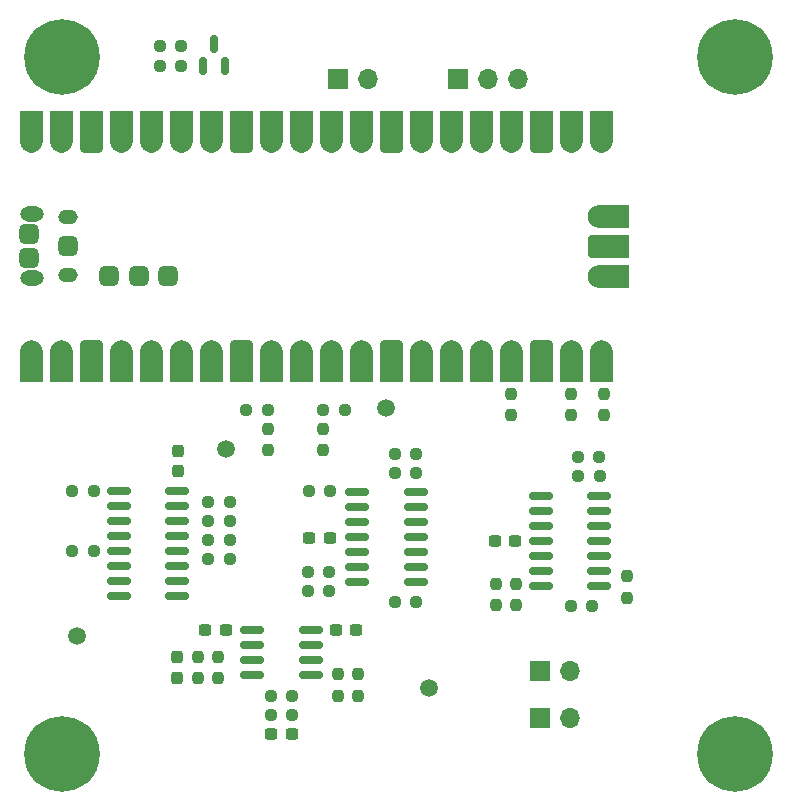
<source format=gts>
%TF.GenerationSoftware,KiCad,Pcbnew,8.0.0-8.0.0-1~ubuntu22.04.1*%
%TF.CreationDate,2024-09-22T20:46:00-05:00*%
%TF.ProjectId,LCR_meter,4c43525f-6d65-4746-9572-2e6b69636164,rev?*%
%TF.SameCoordinates,Original*%
%TF.FileFunction,Soldermask,Top*%
%TF.FilePolarity,Negative*%
%FSLAX46Y46*%
G04 Gerber Fmt 4.6, Leading zero omitted, Abs format (unit mm)*
G04 Created by KiCad (PCBNEW 8.0.0-8.0.0-1~ubuntu22.04.1) date 2024-09-22 20:46:00*
%MOMM*%
%LPD*%
G01*
G04 APERTURE LIST*
G04 Aperture macros list*
%AMRoundRect*
0 Rectangle with rounded corners*
0 $1 Rounding radius*
0 $2 $3 $4 $5 $6 $7 $8 $9 X,Y pos of 4 corners*
0 Add a 4 corners polygon primitive as box body*
4,1,4,$2,$3,$4,$5,$6,$7,$8,$9,$2,$3,0*
0 Add four circle primitives for the rounded corners*
1,1,$1+$1,$2,$3*
1,1,$1+$1,$4,$5*
1,1,$1+$1,$6,$7*
1,1,$1+$1,$8,$9*
0 Add four rect primitives between the rounded corners*
20,1,$1+$1,$2,$3,$4,$5,0*
20,1,$1+$1,$4,$5,$6,$7,0*
20,1,$1+$1,$6,$7,$8,$9,0*
20,1,$1+$1,$8,$9,$2,$3,0*%
G04 Aperture macros list end*
%ADD10C,0.010000*%
%ADD11RoundRect,0.150000X-0.825000X-0.150000X0.825000X-0.150000X0.825000X0.150000X-0.825000X0.150000X0*%
%ADD12RoundRect,0.237500X-0.237500X0.250000X-0.237500X-0.250000X0.237500X-0.250000X0.237500X0.250000X0*%
%ADD13RoundRect,0.237500X0.250000X0.237500X-0.250000X0.237500X-0.250000X-0.237500X0.250000X-0.237500X0*%
%ADD14RoundRect,0.237500X-0.237500X0.300000X-0.237500X-0.300000X0.237500X-0.300000X0.237500X0.300000X0*%
%ADD15C,1.500000*%
%ADD16RoundRect,0.237500X-0.250000X-0.237500X0.250000X-0.237500X0.250000X0.237500X-0.250000X0.237500X0*%
%ADD17RoundRect,0.237500X0.300000X0.237500X-0.300000X0.237500X-0.300000X-0.237500X0.300000X-0.237500X0*%
%ADD18C,0.800000*%
%ADD19C,6.400000*%
%ADD20RoundRect,0.150000X0.150000X-0.587500X0.150000X0.587500X-0.150000X0.587500X-0.150000X-0.587500X0*%
%ADD21R,1.700000X1.700000*%
%ADD22O,1.700000X1.700000*%
%ADD23O,2.004000X1.304000*%
%ADD24O,1.654000X1.254000*%
%ADD25RoundRect,0.511200X0.340800X-0.340800X0.340800X0.340800X-0.340800X0.340800X-0.340800X-0.340800X0*%
%ADD26RoundRect,0.237500X-0.300000X-0.237500X0.300000X-0.237500X0.300000X0.237500X-0.300000X0.237500X0*%
%ADD27RoundRect,0.237500X0.237500X-0.250000X0.237500X0.250000X-0.237500X0.250000X-0.237500X-0.250000X0*%
G04 APERTURE END LIST*
D10*
%TO.C,U5*%
X122270000Y-81110000D02*
X122269000Y-81157000D01*
X122265000Y-81204000D01*
X122259000Y-81251000D01*
X122250000Y-81297000D01*
X122239000Y-81343000D01*
X122226000Y-81388000D01*
X122210000Y-81433000D01*
X122192000Y-81476000D01*
X122172000Y-81519000D01*
X122149000Y-81560000D01*
X122125000Y-81600000D01*
X122098000Y-81639000D01*
X122069000Y-81676000D01*
X122039000Y-81712000D01*
X122006000Y-81746000D01*
X121972000Y-81779000D01*
X121936000Y-81809000D01*
X121899000Y-81838000D01*
X121860000Y-81865000D01*
X121820000Y-81889000D01*
X121779000Y-81912000D01*
X121736000Y-81932000D01*
X121693000Y-81950000D01*
X121648000Y-81966000D01*
X121603000Y-81979000D01*
X121557000Y-81990000D01*
X121511000Y-81999000D01*
X121464000Y-82005000D01*
X121417000Y-82009000D01*
X121370000Y-82010000D01*
X121323000Y-82009000D01*
X121276000Y-82005000D01*
X121229000Y-81999000D01*
X121183000Y-81990000D01*
X121137000Y-81979000D01*
X121092000Y-81966000D01*
X121047000Y-81950000D01*
X121004000Y-81932000D01*
X120961000Y-81912000D01*
X120920000Y-81889000D01*
X120880000Y-81865000D01*
X120841000Y-81838000D01*
X120804000Y-81809000D01*
X120768000Y-81779000D01*
X120734000Y-81746000D01*
X120701000Y-81712000D01*
X120671000Y-81676000D01*
X120642000Y-81639000D01*
X120615000Y-81600000D01*
X120591000Y-81560000D01*
X120568000Y-81519000D01*
X120548000Y-81476000D01*
X120530000Y-81433000D01*
X120514000Y-81388000D01*
X120501000Y-81343000D01*
X120490000Y-81297000D01*
X120481000Y-81251000D01*
X120475000Y-81204000D01*
X120471000Y-81157000D01*
X120470000Y-81110000D01*
X120470000Y-78610000D01*
X122270000Y-78610000D01*
X122270000Y-81110000D01*
G36*
X122270000Y-81110000D02*
G01*
X122269000Y-81157000D01*
X122265000Y-81204000D01*
X122259000Y-81251000D01*
X122250000Y-81297000D01*
X122239000Y-81343000D01*
X122226000Y-81388000D01*
X122210000Y-81433000D01*
X122192000Y-81476000D01*
X122172000Y-81519000D01*
X122149000Y-81560000D01*
X122125000Y-81600000D01*
X122098000Y-81639000D01*
X122069000Y-81676000D01*
X122039000Y-81712000D01*
X122006000Y-81746000D01*
X121972000Y-81779000D01*
X121936000Y-81809000D01*
X121899000Y-81838000D01*
X121860000Y-81865000D01*
X121820000Y-81889000D01*
X121779000Y-81912000D01*
X121736000Y-81932000D01*
X121693000Y-81950000D01*
X121648000Y-81966000D01*
X121603000Y-81979000D01*
X121557000Y-81990000D01*
X121511000Y-81999000D01*
X121464000Y-82005000D01*
X121417000Y-82009000D01*
X121370000Y-82010000D01*
X121323000Y-82009000D01*
X121276000Y-82005000D01*
X121229000Y-81999000D01*
X121183000Y-81990000D01*
X121137000Y-81979000D01*
X121092000Y-81966000D01*
X121047000Y-81950000D01*
X121004000Y-81932000D01*
X120961000Y-81912000D01*
X120920000Y-81889000D01*
X120880000Y-81865000D01*
X120841000Y-81838000D01*
X120804000Y-81809000D01*
X120768000Y-81779000D01*
X120734000Y-81746000D01*
X120701000Y-81712000D01*
X120671000Y-81676000D01*
X120642000Y-81639000D01*
X120615000Y-81600000D01*
X120591000Y-81560000D01*
X120568000Y-81519000D01*
X120548000Y-81476000D01*
X120530000Y-81433000D01*
X120514000Y-81388000D01*
X120501000Y-81343000D01*
X120490000Y-81297000D01*
X120481000Y-81251000D01*
X120475000Y-81204000D01*
X120471000Y-81157000D01*
X120470000Y-81110000D01*
X120470000Y-78610000D01*
X122270000Y-78610000D01*
X122270000Y-81110000D01*
G37*
X121417000Y-97991000D02*
X121464000Y-97995000D01*
X121511000Y-98001000D01*
X121557000Y-98010000D01*
X121603000Y-98021000D01*
X121648000Y-98034000D01*
X121693000Y-98050000D01*
X121736000Y-98068000D01*
X121779000Y-98088000D01*
X121820000Y-98111000D01*
X121860000Y-98135000D01*
X121899000Y-98162000D01*
X121936000Y-98191000D01*
X121972000Y-98221000D01*
X122006000Y-98254000D01*
X122039000Y-98288000D01*
X122069000Y-98324000D01*
X122098000Y-98361000D01*
X122125000Y-98400000D01*
X122149000Y-98440000D01*
X122172000Y-98481000D01*
X122192000Y-98524000D01*
X122210000Y-98567000D01*
X122226000Y-98612000D01*
X122239000Y-98657000D01*
X122250000Y-98703000D01*
X122259000Y-98749000D01*
X122265000Y-98796000D01*
X122269000Y-98843000D01*
X122270000Y-98890000D01*
X122270000Y-101390000D01*
X120470000Y-101390000D01*
X120470000Y-98890000D01*
X120471000Y-98843000D01*
X120475000Y-98796000D01*
X120481000Y-98749000D01*
X120490000Y-98703000D01*
X120501000Y-98657000D01*
X120514000Y-98612000D01*
X120530000Y-98567000D01*
X120548000Y-98524000D01*
X120568000Y-98481000D01*
X120591000Y-98440000D01*
X120615000Y-98400000D01*
X120642000Y-98361000D01*
X120671000Y-98324000D01*
X120701000Y-98288000D01*
X120734000Y-98254000D01*
X120768000Y-98221000D01*
X120804000Y-98191000D01*
X120841000Y-98162000D01*
X120880000Y-98135000D01*
X120920000Y-98111000D01*
X120961000Y-98088000D01*
X121004000Y-98068000D01*
X121047000Y-98050000D01*
X121092000Y-98034000D01*
X121137000Y-98021000D01*
X121183000Y-98010000D01*
X121229000Y-98001000D01*
X121276000Y-97995000D01*
X121323000Y-97991000D01*
X121370000Y-97990000D01*
X121417000Y-97991000D01*
G36*
X121417000Y-97991000D02*
G01*
X121464000Y-97995000D01*
X121511000Y-98001000D01*
X121557000Y-98010000D01*
X121603000Y-98021000D01*
X121648000Y-98034000D01*
X121693000Y-98050000D01*
X121736000Y-98068000D01*
X121779000Y-98088000D01*
X121820000Y-98111000D01*
X121860000Y-98135000D01*
X121899000Y-98162000D01*
X121936000Y-98191000D01*
X121972000Y-98221000D01*
X122006000Y-98254000D01*
X122039000Y-98288000D01*
X122069000Y-98324000D01*
X122098000Y-98361000D01*
X122125000Y-98400000D01*
X122149000Y-98440000D01*
X122172000Y-98481000D01*
X122192000Y-98524000D01*
X122210000Y-98567000D01*
X122226000Y-98612000D01*
X122239000Y-98657000D01*
X122250000Y-98703000D01*
X122259000Y-98749000D01*
X122265000Y-98796000D01*
X122269000Y-98843000D01*
X122270000Y-98890000D01*
X122270000Y-101390000D01*
X120470000Y-101390000D01*
X120470000Y-98890000D01*
X120471000Y-98843000D01*
X120475000Y-98796000D01*
X120481000Y-98749000D01*
X120490000Y-98703000D01*
X120501000Y-98657000D01*
X120514000Y-98612000D01*
X120530000Y-98567000D01*
X120548000Y-98524000D01*
X120568000Y-98481000D01*
X120591000Y-98440000D01*
X120615000Y-98400000D01*
X120642000Y-98361000D01*
X120671000Y-98324000D01*
X120701000Y-98288000D01*
X120734000Y-98254000D01*
X120768000Y-98221000D01*
X120804000Y-98191000D01*
X120841000Y-98162000D01*
X120880000Y-98135000D01*
X120920000Y-98111000D01*
X120961000Y-98088000D01*
X121004000Y-98068000D01*
X121047000Y-98050000D01*
X121092000Y-98034000D01*
X121137000Y-98021000D01*
X121183000Y-98010000D01*
X121229000Y-98001000D01*
X121276000Y-97995000D01*
X121323000Y-97991000D01*
X121370000Y-97990000D01*
X121417000Y-97991000D01*
G37*
X124810000Y-81110000D02*
X124809000Y-81157000D01*
X124805000Y-81204000D01*
X124799000Y-81251000D01*
X124790000Y-81297000D01*
X124779000Y-81343000D01*
X124766000Y-81388000D01*
X124750000Y-81433000D01*
X124732000Y-81476000D01*
X124712000Y-81519000D01*
X124689000Y-81560000D01*
X124665000Y-81600000D01*
X124638000Y-81639000D01*
X124609000Y-81676000D01*
X124579000Y-81712000D01*
X124546000Y-81746000D01*
X124512000Y-81779000D01*
X124476000Y-81809000D01*
X124439000Y-81838000D01*
X124400000Y-81865000D01*
X124360000Y-81889000D01*
X124319000Y-81912000D01*
X124276000Y-81932000D01*
X124233000Y-81950000D01*
X124188000Y-81966000D01*
X124143000Y-81979000D01*
X124097000Y-81990000D01*
X124051000Y-81999000D01*
X124004000Y-82005000D01*
X123957000Y-82009000D01*
X123910000Y-82010000D01*
X123863000Y-82009000D01*
X123816000Y-82005000D01*
X123769000Y-81999000D01*
X123723000Y-81990000D01*
X123677000Y-81979000D01*
X123632000Y-81966000D01*
X123587000Y-81950000D01*
X123544000Y-81932000D01*
X123501000Y-81912000D01*
X123460000Y-81889000D01*
X123420000Y-81865000D01*
X123381000Y-81838000D01*
X123344000Y-81809000D01*
X123308000Y-81779000D01*
X123274000Y-81746000D01*
X123241000Y-81712000D01*
X123211000Y-81676000D01*
X123182000Y-81639000D01*
X123155000Y-81600000D01*
X123131000Y-81560000D01*
X123108000Y-81519000D01*
X123088000Y-81476000D01*
X123070000Y-81433000D01*
X123054000Y-81388000D01*
X123041000Y-81343000D01*
X123030000Y-81297000D01*
X123021000Y-81251000D01*
X123015000Y-81204000D01*
X123011000Y-81157000D01*
X123010000Y-81110000D01*
X123010000Y-78610000D01*
X124810000Y-78610000D01*
X124810000Y-81110000D01*
G36*
X124810000Y-81110000D02*
G01*
X124809000Y-81157000D01*
X124805000Y-81204000D01*
X124799000Y-81251000D01*
X124790000Y-81297000D01*
X124779000Y-81343000D01*
X124766000Y-81388000D01*
X124750000Y-81433000D01*
X124732000Y-81476000D01*
X124712000Y-81519000D01*
X124689000Y-81560000D01*
X124665000Y-81600000D01*
X124638000Y-81639000D01*
X124609000Y-81676000D01*
X124579000Y-81712000D01*
X124546000Y-81746000D01*
X124512000Y-81779000D01*
X124476000Y-81809000D01*
X124439000Y-81838000D01*
X124400000Y-81865000D01*
X124360000Y-81889000D01*
X124319000Y-81912000D01*
X124276000Y-81932000D01*
X124233000Y-81950000D01*
X124188000Y-81966000D01*
X124143000Y-81979000D01*
X124097000Y-81990000D01*
X124051000Y-81999000D01*
X124004000Y-82005000D01*
X123957000Y-82009000D01*
X123910000Y-82010000D01*
X123863000Y-82009000D01*
X123816000Y-82005000D01*
X123769000Y-81999000D01*
X123723000Y-81990000D01*
X123677000Y-81979000D01*
X123632000Y-81966000D01*
X123587000Y-81950000D01*
X123544000Y-81932000D01*
X123501000Y-81912000D01*
X123460000Y-81889000D01*
X123420000Y-81865000D01*
X123381000Y-81838000D01*
X123344000Y-81809000D01*
X123308000Y-81779000D01*
X123274000Y-81746000D01*
X123241000Y-81712000D01*
X123211000Y-81676000D01*
X123182000Y-81639000D01*
X123155000Y-81600000D01*
X123131000Y-81560000D01*
X123108000Y-81519000D01*
X123088000Y-81476000D01*
X123070000Y-81433000D01*
X123054000Y-81388000D01*
X123041000Y-81343000D01*
X123030000Y-81297000D01*
X123021000Y-81251000D01*
X123015000Y-81204000D01*
X123011000Y-81157000D01*
X123010000Y-81110000D01*
X123010000Y-78610000D01*
X124810000Y-78610000D01*
X124810000Y-81110000D01*
G37*
X123957000Y-97991000D02*
X124004000Y-97995000D01*
X124051000Y-98001000D01*
X124097000Y-98010000D01*
X124143000Y-98021000D01*
X124188000Y-98034000D01*
X124233000Y-98050000D01*
X124276000Y-98068000D01*
X124319000Y-98088000D01*
X124360000Y-98111000D01*
X124400000Y-98135000D01*
X124439000Y-98162000D01*
X124476000Y-98191000D01*
X124512000Y-98221000D01*
X124546000Y-98254000D01*
X124579000Y-98288000D01*
X124609000Y-98324000D01*
X124638000Y-98361000D01*
X124665000Y-98400000D01*
X124689000Y-98440000D01*
X124712000Y-98481000D01*
X124732000Y-98524000D01*
X124750000Y-98567000D01*
X124766000Y-98612000D01*
X124779000Y-98657000D01*
X124790000Y-98703000D01*
X124799000Y-98749000D01*
X124805000Y-98796000D01*
X124809000Y-98843000D01*
X124810000Y-98890000D01*
X124810000Y-101390000D01*
X123010000Y-101390000D01*
X123010000Y-98890000D01*
X123011000Y-98843000D01*
X123015000Y-98796000D01*
X123021000Y-98749000D01*
X123030000Y-98703000D01*
X123041000Y-98657000D01*
X123054000Y-98612000D01*
X123070000Y-98567000D01*
X123088000Y-98524000D01*
X123108000Y-98481000D01*
X123131000Y-98440000D01*
X123155000Y-98400000D01*
X123182000Y-98361000D01*
X123211000Y-98324000D01*
X123241000Y-98288000D01*
X123274000Y-98254000D01*
X123308000Y-98221000D01*
X123344000Y-98191000D01*
X123381000Y-98162000D01*
X123420000Y-98135000D01*
X123460000Y-98111000D01*
X123501000Y-98088000D01*
X123544000Y-98068000D01*
X123587000Y-98050000D01*
X123632000Y-98034000D01*
X123677000Y-98021000D01*
X123723000Y-98010000D01*
X123769000Y-98001000D01*
X123816000Y-97995000D01*
X123863000Y-97991000D01*
X123910000Y-97990000D01*
X123957000Y-97991000D01*
G36*
X123957000Y-97991000D02*
G01*
X124004000Y-97995000D01*
X124051000Y-98001000D01*
X124097000Y-98010000D01*
X124143000Y-98021000D01*
X124188000Y-98034000D01*
X124233000Y-98050000D01*
X124276000Y-98068000D01*
X124319000Y-98088000D01*
X124360000Y-98111000D01*
X124400000Y-98135000D01*
X124439000Y-98162000D01*
X124476000Y-98191000D01*
X124512000Y-98221000D01*
X124546000Y-98254000D01*
X124579000Y-98288000D01*
X124609000Y-98324000D01*
X124638000Y-98361000D01*
X124665000Y-98400000D01*
X124689000Y-98440000D01*
X124712000Y-98481000D01*
X124732000Y-98524000D01*
X124750000Y-98567000D01*
X124766000Y-98612000D01*
X124779000Y-98657000D01*
X124790000Y-98703000D01*
X124799000Y-98749000D01*
X124805000Y-98796000D01*
X124809000Y-98843000D01*
X124810000Y-98890000D01*
X124810000Y-101390000D01*
X123010000Y-101390000D01*
X123010000Y-98890000D01*
X123011000Y-98843000D01*
X123015000Y-98796000D01*
X123021000Y-98749000D01*
X123030000Y-98703000D01*
X123041000Y-98657000D01*
X123054000Y-98612000D01*
X123070000Y-98567000D01*
X123088000Y-98524000D01*
X123108000Y-98481000D01*
X123131000Y-98440000D01*
X123155000Y-98400000D01*
X123182000Y-98361000D01*
X123211000Y-98324000D01*
X123241000Y-98288000D01*
X123274000Y-98254000D01*
X123308000Y-98221000D01*
X123344000Y-98191000D01*
X123381000Y-98162000D01*
X123420000Y-98135000D01*
X123460000Y-98111000D01*
X123501000Y-98088000D01*
X123544000Y-98068000D01*
X123587000Y-98050000D01*
X123632000Y-98034000D01*
X123677000Y-98021000D01*
X123723000Y-98010000D01*
X123769000Y-98001000D01*
X123816000Y-97995000D01*
X123863000Y-97991000D01*
X123910000Y-97990000D01*
X123957000Y-97991000D01*
G37*
X129890000Y-81110000D02*
X129889000Y-81157000D01*
X129885000Y-81204000D01*
X129879000Y-81251000D01*
X129870000Y-81297000D01*
X129859000Y-81343000D01*
X129846000Y-81388000D01*
X129830000Y-81433000D01*
X129812000Y-81476000D01*
X129792000Y-81519000D01*
X129769000Y-81560000D01*
X129745000Y-81600000D01*
X129718000Y-81639000D01*
X129689000Y-81676000D01*
X129659000Y-81712000D01*
X129626000Y-81746000D01*
X129592000Y-81779000D01*
X129556000Y-81809000D01*
X129519000Y-81838000D01*
X129480000Y-81865000D01*
X129440000Y-81889000D01*
X129399000Y-81912000D01*
X129356000Y-81932000D01*
X129313000Y-81950000D01*
X129268000Y-81966000D01*
X129223000Y-81979000D01*
X129177000Y-81990000D01*
X129131000Y-81999000D01*
X129084000Y-82005000D01*
X129037000Y-82009000D01*
X128990000Y-82010000D01*
X128943000Y-82009000D01*
X128896000Y-82005000D01*
X128849000Y-81999000D01*
X128803000Y-81990000D01*
X128757000Y-81979000D01*
X128712000Y-81966000D01*
X128667000Y-81950000D01*
X128624000Y-81932000D01*
X128581000Y-81912000D01*
X128540000Y-81889000D01*
X128500000Y-81865000D01*
X128461000Y-81838000D01*
X128424000Y-81809000D01*
X128388000Y-81779000D01*
X128354000Y-81746000D01*
X128321000Y-81712000D01*
X128291000Y-81676000D01*
X128262000Y-81639000D01*
X128235000Y-81600000D01*
X128211000Y-81560000D01*
X128188000Y-81519000D01*
X128168000Y-81476000D01*
X128150000Y-81433000D01*
X128134000Y-81388000D01*
X128121000Y-81343000D01*
X128110000Y-81297000D01*
X128101000Y-81251000D01*
X128095000Y-81204000D01*
X128091000Y-81157000D01*
X128090000Y-81110000D01*
X128090000Y-78610000D01*
X129890000Y-78610000D01*
X129890000Y-81110000D01*
G36*
X129890000Y-81110000D02*
G01*
X129889000Y-81157000D01*
X129885000Y-81204000D01*
X129879000Y-81251000D01*
X129870000Y-81297000D01*
X129859000Y-81343000D01*
X129846000Y-81388000D01*
X129830000Y-81433000D01*
X129812000Y-81476000D01*
X129792000Y-81519000D01*
X129769000Y-81560000D01*
X129745000Y-81600000D01*
X129718000Y-81639000D01*
X129689000Y-81676000D01*
X129659000Y-81712000D01*
X129626000Y-81746000D01*
X129592000Y-81779000D01*
X129556000Y-81809000D01*
X129519000Y-81838000D01*
X129480000Y-81865000D01*
X129440000Y-81889000D01*
X129399000Y-81912000D01*
X129356000Y-81932000D01*
X129313000Y-81950000D01*
X129268000Y-81966000D01*
X129223000Y-81979000D01*
X129177000Y-81990000D01*
X129131000Y-81999000D01*
X129084000Y-82005000D01*
X129037000Y-82009000D01*
X128990000Y-82010000D01*
X128943000Y-82009000D01*
X128896000Y-82005000D01*
X128849000Y-81999000D01*
X128803000Y-81990000D01*
X128757000Y-81979000D01*
X128712000Y-81966000D01*
X128667000Y-81950000D01*
X128624000Y-81932000D01*
X128581000Y-81912000D01*
X128540000Y-81889000D01*
X128500000Y-81865000D01*
X128461000Y-81838000D01*
X128424000Y-81809000D01*
X128388000Y-81779000D01*
X128354000Y-81746000D01*
X128321000Y-81712000D01*
X128291000Y-81676000D01*
X128262000Y-81639000D01*
X128235000Y-81600000D01*
X128211000Y-81560000D01*
X128188000Y-81519000D01*
X128168000Y-81476000D01*
X128150000Y-81433000D01*
X128134000Y-81388000D01*
X128121000Y-81343000D01*
X128110000Y-81297000D01*
X128101000Y-81251000D01*
X128095000Y-81204000D01*
X128091000Y-81157000D01*
X128090000Y-81110000D01*
X128090000Y-78610000D01*
X129890000Y-78610000D01*
X129890000Y-81110000D01*
G37*
X129037000Y-97991000D02*
X129084000Y-97995000D01*
X129131000Y-98001000D01*
X129177000Y-98010000D01*
X129223000Y-98021000D01*
X129268000Y-98034000D01*
X129313000Y-98050000D01*
X129356000Y-98068000D01*
X129399000Y-98088000D01*
X129440000Y-98111000D01*
X129480000Y-98135000D01*
X129519000Y-98162000D01*
X129556000Y-98191000D01*
X129592000Y-98221000D01*
X129626000Y-98254000D01*
X129659000Y-98288000D01*
X129689000Y-98324000D01*
X129718000Y-98361000D01*
X129745000Y-98400000D01*
X129769000Y-98440000D01*
X129792000Y-98481000D01*
X129812000Y-98524000D01*
X129830000Y-98567000D01*
X129846000Y-98612000D01*
X129859000Y-98657000D01*
X129870000Y-98703000D01*
X129879000Y-98749000D01*
X129885000Y-98796000D01*
X129889000Y-98843000D01*
X129890000Y-98890000D01*
X129890000Y-101390000D01*
X128090000Y-101390000D01*
X128090000Y-98890000D01*
X128091000Y-98843000D01*
X128095000Y-98796000D01*
X128101000Y-98749000D01*
X128110000Y-98703000D01*
X128121000Y-98657000D01*
X128134000Y-98612000D01*
X128150000Y-98567000D01*
X128168000Y-98524000D01*
X128188000Y-98481000D01*
X128211000Y-98440000D01*
X128235000Y-98400000D01*
X128262000Y-98361000D01*
X128291000Y-98324000D01*
X128321000Y-98288000D01*
X128354000Y-98254000D01*
X128388000Y-98221000D01*
X128424000Y-98191000D01*
X128461000Y-98162000D01*
X128500000Y-98135000D01*
X128540000Y-98111000D01*
X128581000Y-98088000D01*
X128624000Y-98068000D01*
X128667000Y-98050000D01*
X128712000Y-98034000D01*
X128757000Y-98021000D01*
X128803000Y-98010000D01*
X128849000Y-98001000D01*
X128896000Y-97995000D01*
X128943000Y-97991000D01*
X128990000Y-97990000D01*
X129037000Y-97991000D01*
G36*
X129037000Y-97991000D02*
G01*
X129084000Y-97995000D01*
X129131000Y-98001000D01*
X129177000Y-98010000D01*
X129223000Y-98021000D01*
X129268000Y-98034000D01*
X129313000Y-98050000D01*
X129356000Y-98068000D01*
X129399000Y-98088000D01*
X129440000Y-98111000D01*
X129480000Y-98135000D01*
X129519000Y-98162000D01*
X129556000Y-98191000D01*
X129592000Y-98221000D01*
X129626000Y-98254000D01*
X129659000Y-98288000D01*
X129689000Y-98324000D01*
X129718000Y-98361000D01*
X129745000Y-98400000D01*
X129769000Y-98440000D01*
X129792000Y-98481000D01*
X129812000Y-98524000D01*
X129830000Y-98567000D01*
X129846000Y-98612000D01*
X129859000Y-98657000D01*
X129870000Y-98703000D01*
X129879000Y-98749000D01*
X129885000Y-98796000D01*
X129889000Y-98843000D01*
X129890000Y-98890000D01*
X129890000Y-101390000D01*
X128090000Y-101390000D01*
X128090000Y-98890000D01*
X128091000Y-98843000D01*
X128095000Y-98796000D01*
X128101000Y-98749000D01*
X128110000Y-98703000D01*
X128121000Y-98657000D01*
X128134000Y-98612000D01*
X128150000Y-98567000D01*
X128168000Y-98524000D01*
X128188000Y-98481000D01*
X128211000Y-98440000D01*
X128235000Y-98400000D01*
X128262000Y-98361000D01*
X128291000Y-98324000D01*
X128321000Y-98288000D01*
X128354000Y-98254000D01*
X128388000Y-98221000D01*
X128424000Y-98191000D01*
X128461000Y-98162000D01*
X128500000Y-98135000D01*
X128540000Y-98111000D01*
X128581000Y-98088000D01*
X128624000Y-98068000D01*
X128667000Y-98050000D01*
X128712000Y-98034000D01*
X128757000Y-98021000D01*
X128803000Y-98010000D01*
X128849000Y-98001000D01*
X128896000Y-97995000D01*
X128943000Y-97991000D01*
X128990000Y-97990000D01*
X129037000Y-97991000D01*
G37*
X132430000Y-81110000D02*
X132429000Y-81157000D01*
X132425000Y-81204000D01*
X132419000Y-81251000D01*
X132410000Y-81297000D01*
X132399000Y-81343000D01*
X132386000Y-81388000D01*
X132370000Y-81433000D01*
X132352000Y-81476000D01*
X132332000Y-81519000D01*
X132309000Y-81560000D01*
X132285000Y-81600000D01*
X132258000Y-81639000D01*
X132229000Y-81676000D01*
X132199000Y-81712000D01*
X132166000Y-81746000D01*
X132132000Y-81779000D01*
X132096000Y-81809000D01*
X132059000Y-81838000D01*
X132020000Y-81865000D01*
X131980000Y-81889000D01*
X131939000Y-81912000D01*
X131896000Y-81932000D01*
X131853000Y-81950000D01*
X131808000Y-81966000D01*
X131763000Y-81979000D01*
X131717000Y-81990000D01*
X131671000Y-81999000D01*
X131624000Y-82005000D01*
X131577000Y-82009000D01*
X131530000Y-82010000D01*
X131483000Y-82009000D01*
X131436000Y-82005000D01*
X131389000Y-81999000D01*
X131343000Y-81990000D01*
X131297000Y-81979000D01*
X131252000Y-81966000D01*
X131207000Y-81950000D01*
X131164000Y-81932000D01*
X131121000Y-81912000D01*
X131080000Y-81889000D01*
X131040000Y-81865000D01*
X131001000Y-81838000D01*
X130964000Y-81809000D01*
X130928000Y-81779000D01*
X130894000Y-81746000D01*
X130861000Y-81712000D01*
X130831000Y-81676000D01*
X130802000Y-81639000D01*
X130775000Y-81600000D01*
X130751000Y-81560000D01*
X130728000Y-81519000D01*
X130708000Y-81476000D01*
X130690000Y-81433000D01*
X130674000Y-81388000D01*
X130661000Y-81343000D01*
X130650000Y-81297000D01*
X130641000Y-81251000D01*
X130635000Y-81204000D01*
X130631000Y-81157000D01*
X130630000Y-81110000D01*
X130630000Y-78610000D01*
X132430000Y-78610000D01*
X132430000Y-81110000D01*
G36*
X132430000Y-81110000D02*
G01*
X132429000Y-81157000D01*
X132425000Y-81204000D01*
X132419000Y-81251000D01*
X132410000Y-81297000D01*
X132399000Y-81343000D01*
X132386000Y-81388000D01*
X132370000Y-81433000D01*
X132352000Y-81476000D01*
X132332000Y-81519000D01*
X132309000Y-81560000D01*
X132285000Y-81600000D01*
X132258000Y-81639000D01*
X132229000Y-81676000D01*
X132199000Y-81712000D01*
X132166000Y-81746000D01*
X132132000Y-81779000D01*
X132096000Y-81809000D01*
X132059000Y-81838000D01*
X132020000Y-81865000D01*
X131980000Y-81889000D01*
X131939000Y-81912000D01*
X131896000Y-81932000D01*
X131853000Y-81950000D01*
X131808000Y-81966000D01*
X131763000Y-81979000D01*
X131717000Y-81990000D01*
X131671000Y-81999000D01*
X131624000Y-82005000D01*
X131577000Y-82009000D01*
X131530000Y-82010000D01*
X131483000Y-82009000D01*
X131436000Y-82005000D01*
X131389000Y-81999000D01*
X131343000Y-81990000D01*
X131297000Y-81979000D01*
X131252000Y-81966000D01*
X131207000Y-81950000D01*
X131164000Y-81932000D01*
X131121000Y-81912000D01*
X131080000Y-81889000D01*
X131040000Y-81865000D01*
X131001000Y-81838000D01*
X130964000Y-81809000D01*
X130928000Y-81779000D01*
X130894000Y-81746000D01*
X130861000Y-81712000D01*
X130831000Y-81676000D01*
X130802000Y-81639000D01*
X130775000Y-81600000D01*
X130751000Y-81560000D01*
X130728000Y-81519000D01*
X130708000Y-81476000D01*
X130690000Y-81433000D01*
X130674000Y-81388000D01*
X130661000Y-81343000D01*
X130650000Y-81297000D01*
X130641000Y-81251000D01*
X130635000Y-81204000D01*
X130631000Y-81157000D01*
X130630000Y-81110000D01*
X130630000Y-78610000D01*
X132430000Y-78610000D01*
X132430000Y-81110000D01*
G37*
X131577000Y-97991000D02*
X131624000Y-97995000D01*
X131671000Y-98001000D01*
X131717000Y-98010000D01*
X131763000Y-98021000D01*
X131808000Y-98034000D01*
X131853000Y-98050000D01*
X131896000Y-98068000D01*
X131939000Y-98088000D01*
X131980000Y-98111000D01*
X132020000Y-98135000D01*
X132059000Y-98162000D01*
X132096000Y-98191000D01*
X132132000Y-98221000D01*
X132166000Y-98254000D01*
X132199000Y-98288000D01*
X132229000Y-98324000D01*
X132258000Y-98361000D01*
X132285000Y-98400000D01*
X132309000Y-98440000D01*
X132332000Y-98481000D01*
X132352000Y-98524000D01*
X132370000Y-98567000D01*
X132386000Y-98612000D01*
X132399000Y-98657000D01*
X132410000Y-98703000D01*
X132419000Y-98749000D01*
X132425000Y-98796000D01*
X132429000Y-98843000D01*
X132430000Y-98890000D01*
X132430000Y-101390000D01*
X130630000Y-101390000D01*
X130630000Y-98890000D01*
X130631000Y-98843000D01*
X130635000Y-98796000D01*
X130641000Y-98749000D01*
X130650000Y-98703000D01*
X130661000Y-98657000D01*
X130674000Y-98612000D01*
X130690000Y-98567000D01*
X130708000Y-98524000D01*
X130728000Y-98481000D01*
X130751000Y-98440000D01*
X130775000Y-98400000D01*
X130802000Y-98361000D01*
X130831000Y-98324000D01*
X130861000Y-98288000D01*
X130894000Y-98254000D01*
X130928000Y-98221000D01*
X130964000Y-98191000D01*
X131001000Y-98162000D01*
X131040000Y-98135000D01*
X131080000Y-98111000D01*
X131121000Y-98088000D01*
X131164000Y-98068000D01*
X131207000Y-98050000D01*
X131252000Y-98034000D01*
X131297000Y-98021000D01*
X131343000Y-98010000D01*
X131389000Y-98001000D01*
X131436000Y-97995000D01*
X131483000Y-97991000D01*
X131530000Y-97990000D01*
X131577000Y-97991000D01*
G36*
X131577000Y-97991000D02*
G01*
X131624000Y-97995000D01*
X131671000Y-98001000D01*
X131717000Y-98010000D01*
X131763000Y-98021000D01*
X131808000Y-98034000D01*
X131853000Y-98050000D01*
X131896000Y-98068000D01*
X131939000Y-98088000D01*
X131980000Y-98111000D01*
X132020000Y-98135000D01*
X132059000Y-98162000D01*
X132096000Y-98191000D01*
X132132000Y-98221000D01*
X132166000Y-98254000D01*
X132199000Y-98288000D01*
X132229000Y-98324000D01*
X132258000Y-98361000D01*
X132285000Y-98400000D01*
X132309000Y-98440000D01*
X132332000Y-98481000D01*
X132352000Y-98524000D01*
X132370000Y-98567000D01*
X132386000Y-98612000D01*
X132399000Y-98657000D01*
X132410000Y-98703000D01*
X132419000Y-98749000D01*
X132425000Y-98796000D01*
X132429000Y-98843000D01*
X132430000Y-98890000D01*
X132430000Y-101390000D01*
X130630000Y-101390000D01*
X130630000Y-98890000D01*
X130631000Y-98843000D01*
X130635000Y-98796000D01*
X130641000Y-98749000D01*
X130650000Y-98703000D01*
X130661000Y-98657000D01*
X130674000Y-98612000D01*
X130690000Y-98567000D01*
X130708000Y-98524000D01*
X130728000Y-98481000D01*
X130751000Y-98440000D01*
X130775000Y-98400000D01*
X130802000Y-98361000D01*
X130831000Y-98324000D01*
X130861000Y-98288000D01*
X130894000Y-98254000D01*
X130928000Y-98221000D01*
X130964000Y-98191000D01*
X131001000Y-98162000D01*
X131040000Y-98135000D01*
X131080000Y-98111000D01*
X131121000Y-98088000D01*
X131164000Y-98068000D01*
X131207000Y-98050000D01*
X131252000Y-98034000D01*
X131297000Y-98021000D01*
X131343000Y-98010000D01*
X131389000Y-98001000D01*
X131436000Y-97995000D01*
X131483000Y-97991000D01*
X131530000Y-97990000D01*
X131577000Y-97991000D01*
G37*
X134970000Y-81110000D02*
X134969000Y-81157000D01*
X134965000Y-81204000D01*
X134959000Y-81251000D01*
X134950000Y-81297000D01*
X134939000Y-81343000D01*
X134926000Y-81388000D01*
X134910000Y-81433000D01*
X134892000Y-81476000D01*
X134872000Y-81519000D01*
X134849000Y-81560000D01*
X134825000Y-81600000D01*
X134798000Y-81639000D01*
X134769000Y-81676000D01*
X134739000Y-81712000D01*
X134706000Y-81746000D01*
X134672000Y-81779000D01*
X134636000Y-81809000D01*
X134599000Y-81838000D01*
X134560000Y-81865000D01*
X134520000Y-81889000D01*
X134479000Y-81912000D01*
X134436000Y-81932000D01*
X134393000Y-81950000D01*
X134348000Y-81966000D01*
X134303000Y-81979000D01*
X134257000Y-81990000D01*
X134211000Y-81999000D01*
X134164000Y-82005000D01*
X134117000Y-82009000D01*
X134070000Y-82010000D01*
X134023000Y-82009000D01*
X133976000Y-82005000D01*
X133929000Y-81999000D01*
X133883000Y-81990000D01*
X133837000Y-81979000D01*
X133792000Y-81966000D01*
X133747000Y-81950000D01*
X133704000Y-81932000D01*
X133661000Y-81912000D01*
X133620000Y-81889000D01*
X133580000Y-81865000D01*
X133541000Y-81838000D01*
X133504000Y-81809000D01*
X133468000Y-81779000D01*
X133434000Y-81746000D01*
X133401000Y-81712000D01*
X133371000Y-81676000D01*
X133342000Y-81639000D01*
X133315000Y-81600000D01*
X133291000Y-81560000D01*
X133268000Y-81519000D01*
X133248000Y-81476000D01*
X133230000Y-81433000D01*
X133214000Y-81388000D01*
X133201000Y-81343000D01*
X133190000Y-81297000D01*
X133181000Y-81251000D01*
X133175000Y-81204000D01*
X133171000Y-81157000D01*
X133170000Y-81110000D01*
X133170000Y-78610000D01*
X134970000Y-78610000D01*
X134970000Y-81110000D01*
G36*
X134970000Y-81110000D02*
G01*
X134969000Y-81157000D01*
X134965000Y-81204000D01*
X134959000Y-81251000D01*
X134950000Y-81297000D01*
X134939000Y-81343000D01*
X134926000Y-81388000D01*
X134910000Y-81433000D01*
X134892000Y-81476000D01*
X134872000Y-81519000D01*
X134849000Y-81560000D01*
X134825000Y-81600000D01*
X134798000Y-81639000D01*
X134769000Y-81676000D01*
X134739000Y-81712000D01*
X134706000Y-81746000D01*
X134672000Y-81779000D01*
X134636000Y-81809000D01*
X134599000Y-81838000D01*
X134560000Y-81865000D01*
X134520000Y-81889000D01*
X134479000Y-81912000D01*
X134436000Y-81932000D01*
X134393000Y-81950000D01*
X134348000Y-81966000D01*
X134303000Y-81979000D01*
X134257000Y-81990000D01*
X134211000Y-81999000D01*
X134164000Y-82005000D01*
X134117000Y-82009000D01*
X134070000Y-82010000D01*
X134023000Y-82009000D01*
X133976000Y-82005000D01*
X133929000Y-81999000D01*
X133883000Y-81990000D01*
X133837000Y-81979000D01*
X133792000Y-81966000D01*
X133747000Y-81950000D01*
X133704000Y-81932000D01*
X133661000Y-81912000D01*
X133620000Y-81889000D01*
X133580000Y-81865000D01*
X133541000Y-81838000D01*
X133504000Y-81809000D01*
X133468000Y-81779000D01*
X133434000Y-81746000D01*
X133401000Y-81712000D01*
X133371000Y-81676000D01*
X133342000Y-81639000D01*
X133315000Y-81600000D01*
X133291000Y-81560000D01*
X133268000Y-81519000D01*
X133248000Y-81476000D01*
X133230000Y-81433000D01*
X133214000Y-81388000D01*
X133201000Y-81343000D01*
X133190000Y-81297000D01*
X133181000Y-81251000D01*
X133175000Y-81204000D01*
X133171000Y-81157000D01*
X133170000Y-81110000D01*
X133170000Y-78610000D01*
X134970000Y-78610000D01*
X134970000Y-81110000D01*
G37*
X134117000Y-97991000D02*
X134164000Y-97995000D01*
X134211000Y-98001000D01*
X134257000Y-98010000D01*
X134303000Y-98021000D01*
X134348000Y-98034000D01*
X134393000Y-98050000D01*
X134436000Y-98068000D01*
X134479000Y-98088000D01*
X134520000Y-98111000D01*
X134560000Y-98135000D01*
X134599000Y-98162000D01*
X134636000Y-98191000D01*
X134672000Y-98221000D01*
X134706000Y-98254000D01*
X134739000Y-98288000D01*
X134769000Y-98324000D01*
X134798000Y-98361000D01*
X134825000Y-98400000D01*
X134849000Y-98440000D01*
X134872000Y-98481000D01*
X134892000Y-98524000D01*
X134910000Y-98567000D01*
X134926000Y-98612000D01*
X134939000Y-98657000D01*
X134950000Y-98703000D01*
X134959000Y-98749000D01*
X134965000Y-98796000D01*
X134969000Y-98843000D01*
X134970000Y-98890000D01*
X134970000Y-101390000D01*
X133170000Y-101390000D01*
X133170000Y-98890000D01*
X133171000Y-98843000D01*
X133175000Y-98796000D01*
X133181000Y-98749000D01*
X133190000Y-98703000D01*
X133201000Y-98657000D01*
X133214000Y-98612000D01*
X133230000Y-98567000D01*
X133248000Y-98524000D01*
X133268000Y-98481000D01*
X133291000Y-98440000D01*
X133315000Y-98400000D01*
X133342000Y-98361000D01*
X133371000Y-98324000D01*
X133401000Y-98288000D01*
X133434000Y-98254000D01*
X133468000Y-98221000D01*
X133504000Y-98191000D01*
X133541000Y-98162000D01*
X133580000Y-98135000D01*
X133620000Y-98111000D01*
X133661000Y-98088000D01*
X133704000Y-98068000D01*
X133747000Y-98050000D01*
X133792000Y-98034000D01*
X133837000Y-98021000D01*
X133883000Y-98010000D01*
X133929000Y-98001000D01*
X133976000Y-97995000D01*
X134023000Y-97991000D01*
X134070000Y-97990000D01*
X134117000Y-97991000D01*
G36*
X134117000Y-97991000D02*
G01*
X134164000Y-97995000D01*
X134211000Y-98001000D01*
X134257000Y-98010000D01*
X134303000Y-98021000D01*
X134348000Y-98034000D01*
X134393000Y-98050000D01*
X134436000Y-98068000D01*
X134479000Y-98088000D01*
X134520000Y-98111000D01*
X134560000Y-98135000D01*
X134599000Y-98162000D01*
X134636000Y-98191000D01*
X134672000Y-98221000D01*
X134706000Y-98254000D01*
X134739000Y-98288000D01*
X134769000Y-98324000D01*
X134798000Y-98361000D01*
X134825000Y-98400000D01*
X134849000Y-98440000D01*
X134872000Y-98481000D01*
X134892000Y-98524000D01*
X134910000Y-98567000D01*
X134926000Y-98612000D01*
X134939000Y-98657000D01*
X134950000Y-98703000D01*
X134959000Y-98749000D01*
X134965000Y-98796000D01*
X134969000Y-98843000D01*
X134970000Y-98890000D01*
X134970000Y-101390000D01*
X133170000Y-101390000D01*
X133170000Y-98890000D01*
X133171000Y-98843000D01*
X133175000Y-98796000D01*
X133181000Y-98749000D01*
X133190000Y-98703000D01*
X133201000Y-98657000D01*
X133214000Y-98612000D01*
X133230000Y-98567000D01*
X133248000Y-98524000D01*
X133268000Y-98481000D01*
X133291000Y-98440000D01*
X133315000Y-98400000D01*
X133342000Y-98361000D01*
X133371000Y-98324000D01*
X133401000Y-98288000D01*
X133434000Y-98254000D01*
X133468000Y-98221000D01*
X133504000Y-98191000D01*
X133541000Y-98162000D01*
X133580000Y-98135000D01*
X133620000Y-98111000D01*
X133661000Y-98088000D01*
X133704000Y-98068000D01*
X133747000Y-98050000D01*
X133792000Y-98034000D01*
X133837000Y-98021000D01*
X133883000Y-98010000D01*
X133929000Y-98001000D01*
X133976000Y-97995000D01*
X134023000Y-97991000D01*
X134070000Y-97990000D01*
X134117000Y-97991000D01*
G37*
X137510000Y-81110000D02*
X137509000Y-81157000D01*
X137505000Y-81204000D01*
X137499000Y-81251000D01*
X137490000Y-81297000D01*
X137479000Y-81343000D01*
X137466000Y-81388000D01*
X137450000Y-81433000D01*
X137432000Y-81476000D01*
X137412000Y-81519000D01*
X137389000Y-81560000D01*
X137365000Y-81600000D01*
X137338000Y-81639000D01*
X137309000Y-81676000D01*
X137279000Y-81712000D01*
X137246000Y-81746000D01*
X137212000Y-81779000D01*
X137176000Y-81809000D01*
X137139000Y-81838000D01*
X137100000Y-81865000D01*
X137060000Y-81889000D01*
X137019000Y-81912000D01*
X136976000Y-81932000D01*
X136933000Y-81950000D01*
X136888000Y-81966000D01*
X136843000Y-81979000D01*
X136797000Y-81990000D01*
X136751000Y-81999000D01*
X136704000Y-82005000D01*
X136657000Y-82009000D01*
X136610000Y-82010000D01*
X136563000Y-82009000D01*
X136516000Y-82005000D01*
X136469000Y-81999000D01*
X136423000Y-81990000D01*
X136377000Y-81979000D01*
X136332000Y-81966000D01*
X136287000Y-81950000D01*
X136244000Y-81932000D01*
X136201000Y-81912000D01*
X136160000Y-81889000D01*
X136120000Y-81865000D01*
X136081000Y-81838000D01*
X136044000Y-81809000D01*
X136008000Y-81779000D01*
X135974000Y-81746000D01*
X135941000Y-81712000D01*
X135911000Y-81676000D01*
X135882000Y-81639000D01*
X135855000Y-81600000D01*
X135831000Y-81560000D01*
X135808000Y-81519000D01*
X135788000Y-81476000D01*
X135770000Y-81433000D01*
X135754000Y-81388000D01*
X135741000Y-81343000D01*
X135730000Y-81297000D01*
X135721000Y-81251000D01*
X135715000Y-81204000D01*
X135711000Y-81157000D01*
X135710000Y-81110000D01*
X135710000Y-78610000D01*
X137510000Y-78610000D01*
X137510000Y-81110000D01*
G36*
X137510000Y-81110000D02*
G01*
X137509000Y-81157000D01*
X137505000Y-81204000D01*
X137499000Y-81251000D01*
X137490000Y-81297000D01*
X137479000Y-81343000D01*
X137466000Y-81388000D01*
X137450000Y-81433000D01*
X137432000Y-81476000D01*
X137412000Y-81519000D01*
X137389000Y-81560000D01*
X137365000Y-81600000D01*
X137338000Y-81639000D01*
X137309000Y-81676000D01*
X137279000Y-81712000D01*
X137246000Y-81746000D01*
X137212000Y-81779000D01*
X137176000Y-81809000D01*
X137139000Y-81838000D01*
X137100000Y-81865000D01*
X137060000Y-81889000D01*
X137019000Y-81912000D01*
X136976000Y-81932000D01*
X136933000Y-81950000D01*
X136888000Y-81966000D01*
X136843000Y-81979000D01*
X136797000Y-81990000D01*
X136751000Y-81999000D01*
X136704000Y-82005000D01*
X136657000Y-82009000D01*
X136610000Y-82010000D01*
X136563000Y-82009000D01*
X136516000Y-82005000D01*
X136469000Y-81999000D01*
X136423000Y-81990000D01*
X136377000Y-81979000D01*
X136332000Y-81966000D01*
X136287000Y-81950000D01*
X136244000Y-81932000D01*
X136201000Y-81912000D01*
X136160000Y-81889000D01*
X136120000Y-81865000D01*
X136081000Y-81838000D01*
X136044000Y-81809000D01*
X136008000Y-81779000D01*
X135974000Y-81746000D01*
X135941000Y-81712000D01*
X135911000Y-81676000D01*
X135882000Y-81639000D01*
X135855000Y-81600000D01*
X135831000Y-81560000D01*
X135808000Y-81519000D01*
X135788000Y-81476000D01*
X135770000Y-81433000D01*
X135754000Y-81388000D01*
X135741000Y-81343000D01*
X135730000Y-81297000D01*
X135721000Y-81251000D01*
X135715000Y-81204000D01*
X135711000Y-81157000D01*
X135710000Y-81110000D01*
X135710000Y-78610000D01*
X137510000Y-78610000D01*
X137510000Y-81110000D01*
G37*
X136657000Y-97991000D02*
X136704000Y-97995000D01*
X136751000Y-98001000D01*
X136797000Y-98010000D01*
X136843000Y-98021000D01*
X136888000Y-98034000D01*
X136933000Y-98050000D01*
X136976000Y-98068000D01*
X137019000Y-98088000D01*
X137060000Y-98111000D01*
X137100000Y-98135000D01*
X137139000Y-98162000D01*
X137176000Y-98191000D01*
X137212000Y-98221000D01*
X137246000Y-98254000D01*
X137279000Y-98288000D01*
X137309000Y-98324000D01*
X137338000Y-98361000D01*
X137365000Y-98400000D01*
X137389000Y-98440000D01*
X137412000Y-98481000D01*
X137432000Y-98524000D01*
X137450000Y-98567000D01*
X137466000Y-98612000D01*
X137479000Y-98657000D01*
X137490000Y-98703000D01*
X137499000Y-98749000D01*
X137505000Y-98796000D01*
X137509000Y-98843000D01*
X137510000Y-98890000D01*
X137510000Y-101390000D01*
X135710000Y-101390000D01*
X135710000Y-98890000D01*
X135711000Y-98843000D01*
X135715000Y-98796000D01*
X135721000Y-98749000D01*
X135730000Y-98703000D01*
X135741000Y-98657000D01*
X135754000Y-98612000D01*
X135770000Y-98567000D01*
X135788000Y-98524000D01*
X135808000Y-98481000D01*
X135831000Y-98440000D01*
X135855000Y-98400000D01*
X135882000Y-98361000D01*
X135911000Y-98324000D01*
X135941000Y-98288000D01*
X135974000Y-98254000D01*
X136008000Y-98221000D01*
X136044000Y-98191000D01*
X136081000Y-98162000D01*
X136120000Y-98135000D01*
X136160000Y-98111000D01*
X136201000Y-98088000D01*
X136244000Y-98068000D01*
X136287000Y-98050000D01*
X136332000Y-98034000D01*
X136377000Y-98021000D01*
X136423000Y-98010000D01*
X136469000Y-98001000D01*
X136516000Y-97995000D01*
X136563000Y-97991000D01*
X136610000Y-97990000D01*
X136657000Y-97991000D01*
G36*
X136657000Y-97991000D02*
G01*
X136704000Y-97995000D01*
X136751000Y-98001000D01*
X136797000Y-98010000D01*
X136843000Y-98021000D01*
X136888000Y-98034000D01*
X136933000Y-98050000D01*
X136976000Y-98068000D01*
X137019000Y-98088000D01*
X137060000Y-98111000D01*
X137100000Y-98135000D01*
X137139000Y-98162000D01*
X137176000Y-98191000D01*
X137212000Y-98221000D01*
X137246000Y-98254000D01*
X137279000Y-98288000D01*
X137309000Y-98324000D01*
X137338000Y-98361000D01*
X137365000Y-98400000D01*
X137389000Y-98440000D01*
X137412000Y-98481000D01*
X137432000Y-98524000D01*
X137450000Y-98567000D01*
X137466000Y-98612000D01*
X137479000Y-98657000D01*
X137490000Y-98703000D01*
X137499000Y-98749000D01*
X137505000Y-98796000D01*
X137509000Y-98843000D01*
X137510000Y-98890000D01*
X137510000Y-101390000D01*
X135710000Y-101390000D01*
X135710000Y-98890000D01*
X135711000Y-98843000D01*
X135715000Y-98796000D01*
X135721000Y-98749000D01*
X135730000Y-98703000D01*
X135741000Y-98657000D01*
X135754000Y-98612000D01*
X135770000Y-98567000D01*
X135788000Y-98524000D01*
X135808000Y-98481000D01*
X135831000Y-98440000D01*
X135855000Y-98400000D01*
X135882000Y-98361000D01*
X135911000Y-98324000D01*
X135941000Y-98288000D01*
X135974000Y-98254000D01*
X136008000Y-98221000D01*
X136044000Y-98191000D01*
X136081000Y-98162000D01*
X136120000Y-98135000D01*
X136160000Y-98111000D01*
X136201000Y-98088000D01*
X136244000Y-98068000D01*
X136287000Y-98050000D01*
X136332000Y-98034000D01*
X136377000Y-98021000D01*
X136423000Y-98010000D01*
X136469000Y-98001000D01*
X136516000Y-97995000D01*
X136563000Y-97991000D01*
X136610000Y-97990000D01*
X136657000Y-97991000D01*
G37*
X142590000Y-81110000D02*
X142589000Y-81157000D01*
X142585000Y-81204000D01*
X142579000Y-81251000D01*
X142570000Y-81297000D01*
X142559000Y-81343000D01*
X142546000Y-81388000D01*
X142530000Y-81433000D01*
X142512000Y-81476000D01*
X142492000Y-81519000D01*
X142469000Y-81560000D01*
X142445000Y-81600000D01*
X142418000Y-81639000D01*
X142389000Y-81676000D01*
X142359000Y-81712000D01*
X142326000Y-81746000D01*
X142292000Y-81779000D01*
X142256000Y-81809000D01*
X142219000Y-81838000D01*
X142180000Y-81865000D01*
X142140000Y-81889000D01*
X142099000Y-81912000D01*
X142056000Y-81932000D01*
X142013000Y-81950000D01*
X141968000Y-81966000D01*
X141923000Y-81979000D01*
X141877000Y-81990000D01*
X141831000Y-81999000D01*
X141784000Y-82005000D01*
X141737000Y-82009000D01*
X141690000Y-82010000D01*
X141643000Y-82009000D01*
X141596000Y-82005000D01*
X141549000Y-81999000D01*
X141503000Y-81990000D01*
X141457000Y-81979000D01*
X141412000Y-81966000D01*
X141367000Y-81950000D01*
X141324000Y-81932000D01*
X141281000Y-81912000D01*
X141240000Y-81889000D01*
X141200000Y-81865000D01*
X141161000Y-81838000D01*
X141124000Y-81809000D01*
X141088000Y-81779000D01*
X141054000Y-81746000D01*
X141021000Y-81712000D01*
X140991000Y-81676000D01*
X140962000Y-81639000D01*
X140935000Y-81600000D01*
X140911000Y-81560000D01*
X140888000Y-81519000D01*
X140868000Y-81476000D01*
X140850000Y-81433000D01*
X140834000Y-81388000D01*
X140821000Y-81343000D01*
X140810000Y-81297000D01*
X140801000Y-81251000D01*
X140795000Y-81204000D01*
X140791000Y-81157000D01*
X140790000Y-81110000D01*
X140790000Y-78610000D01*
X142590000Y-78610000D01*
X142590000Y-81110000D01*
G36*
X142590000Y-81110000D02*
G01*
X142589000Y-81157000D01*
X142585000Y-81204000D01*
X142579000Y-81251000D01*
X142570000Y-81297000D01*
X142559000Y-81343000D01*
X142546000Y-81388000D01*
X142530000Y-81433000D01*
X142512000Y-81476000D01*
X142492000Y-81519000D01*
X142469000Y-81560000D01*
X142445000Y-81600000D01*
X142418000Y-81639000D01*
X142389000Y-81676000D01*
X142359000Y-81712000D01*
X142326000Y-81746000D01*
X142292000Y-81779000D01*
X142256000Y-81809000D01*
X142219000Y-81838000D01*
X142180000Y-81865000D01*
X142140000Y-81889000D01*
X142099000Y-81912000D01*
X142056000Y-81932000D01*
X142013000Y-81950000D01*
X141968000Y-81966000D01*
X141923000Y-81979000D01*
X141877000Y-81990000D01*
X141831000Y-81999000D01*
X141784000Y-82005000D01*
X141737000Y-82009000D01*
X141690000Y-82010000D01*
X141643000Y-82009000D01*
X141596000Y-82005000D01*
X141549000Y-81999000D01*
X141503000Y-81990000D01*
X141457000Y-81979000D01*
X141412000Y-81966000D01*
X141367000Y-81950000D01*
X141324000Y-81932000D01*
X141281000Y-81912000D01*
X141240000Y-81889000D01*
X141200000Y-81865000D01*
X141161000Y-81838000D01*
X141124000Y-81809000D01*
X141088000Y-81779000D01*
X141054000Y-81746000D01*
X141021000Y-81712000D01*
X140991000Y-81676000D01*
X140962000Y-81639000D01*
X140935000Y-81600000D01*
X140911000Y-81560000D01*
X140888000Y-81519000D01*
X140868000Y-81476000D01*
X140850000Y-81433000D01*
X140834000Y-81388000D01*
X140821000Y-81343000D01*
X140810000Y-81297000D01*
X140801000Y-81251000D01*
X140795000Y-81204000D01*
X140791000Y-81157000D01*
X140790000Y-81110000D01*
X140790000Y-78610000D01*
X142590000Y-78610000D01*
X142590000Y-81110000D01*
G37*
X141737000Y-97991000D02*
X141784000Y-97995000D01*
X141831000Y-98001000D01*
X141877000Y-98010000D01*
X141923000Y-98021000D01*
X141968000Y-98034000D01*
X142013000Y-98050000D01*
X142056000Y-98068000D01*
X142099000Y-98088000D01*
X142140000Y-98111000D01*
X142180000Y-98135000D01*
X142219000Y-98162000D01*
X142256000Y-98191000D01*
X142292000Y-98221000D01*
X142326000Y-98254000D01*
X142359000Y-98288000D01*
X142389000Y-98324000D01*
X142418000Y-98361000D01*
X142445000Y-98400000D01*
X142469000Y-98440000D01*
X142492000Y-98481000D01*
X142512000Y-98524000D01*
X142530000Y-98567000D01*
X142546000Y-98612000D01*
X142559000Y-98657000D01*
X142570000Y-98703000D01*
X142579000Y-98749000D01*
X142585000Y-98796000D01*
X142589000Y-98843000D01*
X142590000Y-98890000D01*
X142590000Y-101390000D01*
X140790000Y-101390000D01*
X140790000Y-98890000D01*
X140791000Y-98843000D01*
X140795000Y-98796000D01*
X140801000Y-98749000D01*
X140810000Y-98703000D01*
X140821000Y-98657000D01*
X140834000Y-98612000D01*
X140850000Y-98567000D01*
X140868000Y-98524000D01*
X140888000Y-98481000D01*
X140911000Y-98440000D01*
X140935000Y-98400000D01*
X140962000Y-98361000D01*
X140991000Y-98324000D01*
X141021000Y-98288000D01*
X141054000Y-98254000D01*
X141088000Y-98221000D01*
X141124000Y-98191000D01*
X141161000Y-98162000D01*
X141200000Y-98135000D01*
X141240000Y-98111000D01*
X141281000Y-98088000D01*
X141324000Y-98068000D01*
X141367000Y-98050000D01*
X141412000Y-98034000D01*
X141457000Y-98021000D01*
X141503000Y-98010000D01*
X141549000Y-98001000D01*
X141596000Y-97995000D01*
X141643000Y-97991000D01*
X141690000Y-97990000D01*
X141737000Y-97991000D01*
G36*
X141737000Y-97991000D02*
G01*
X141784000Y-97995000D01*
X141831000Y-98001000D01*
X141877000Y-98010000D01*
X141923000Y-98021000D01*
X141968000Y-98034000D01*
X142013000Y-98050000D01*
X142056000Y-98068000D01*
X142099000Y-98088000D01*
X142140000Y-98111000D01*
X142180000Y-98135000D01*
X142219000Y-98162000D01*
X142256000Y-98191000D01*
X142292000Y-98221000D01*
X142326000Y-98254000D01*
X142359000Y-98288000D01*
X142389000Y-98324000D01*
X142418000Y-98361000D01*
X142445000Y-98400000D01*
X142469000Y-98440000D01*
X142492000Y-98481000D01*
X142512000Y-98524000D01*
X142530000Y-98567000D01*
X142546000Y-98612000D01*
X142559000Y-98657000D01*
X142570000Y-98703000D01*
X142579000Y-98749000D01*
X142585000Y-98796000D01*
X142589000Y-98843000D01*
X142590000Y-98890000D01*
X142590000Y-101390000D01*
X140790000Y-101390000D01*
X140790000Y-98890000D01*
X140791000Y-98843000D01*
X140795000Y-98796000D01*
X140801000Y-98749000D01*
X140810000Y-98703000D01*
X140821000Y-98657000D01*
X140834000Y-98612000D01*
X140850000Y-98567000D01*
X140868000Y-98524000D01*
X140888000Y-98481000D01*
X140911000Y-98440000D01*
X140935000Y-98400000D01*
X140962000Y-98361000D01*
X140991000Y-98324000D01*
X141021000Y-98288000D01*
X141054000Y-98254000D01*
X141088000Y-98221000D01*
X141124000Y-98191000D01*
X141161000Y-98162000D01*
X141200000Y-98135000D01*
X141240000Y-98111000D01*
X141281000Y-98088000D01*
X141324000Y-98068000D01*
X141367000Y-98050000D01*
X141412000Y-98034000D01*
X141457000Y-98021000D01*
X141503000Y-98010000D01*
X141549000Y-98001000D01*
X141596000Y-97995000D01*
X141643000Y-97991000D01*
X141690000Y-97990000D01*
X141737000Y-97991000D01*
G37*
X145130000Y-81110000D02*
X145129000Y-81157000D01*
X145125000Y-81204000D01*
X145119000Y-81251000D01*
X145110000Y-81297000D01*
X145099000Y-81343000D01*
X145086000Y-81388000D01*
X145070000Y-81433000D01*
X145052000Y-81476000D01*
X145032000Y-81519000D01*
X145009000Y-81560000D01*
X144985000Y-81600000D01*
X144958000Y-81639000D01*
X144929000Y-81676000D01*
X144899000Y-81712000D01*
X144866000Y-81746000D01*
X144832000Y-81779000D01*
X144796000Y-81809000D01*
X144759000Y-81838000D01*
X144720000Y-81865000D01*
X144680000Y-81889000D01*
X144639000Y-81912000D01*
X144596000Y-81932000D01*
X144553000Y-81950000D01*
X144508000Y-81966000D01*
X144463000Y-81979000D01*
X144417000Y-81990000D01*
X144371000Y-81999000D01*
X144324000Y-82005000D01*
X144277000Y-82009000D01*
X144230000Y-82010000D01*
X144183000Y-82009000D01*
X144136000Y-82005000D01*
X144089000Y-81999000D01*
X144043000Y-81990000D01*
X143997000Y-81979000D01*
X143952000Y-81966000D01*
X143907000Y-81950000D01*
X143864000Y-81932000D01*
X143821000Y-81912000D01*
X143780000Y-81889000D01*
X143740000Y-81865000D01*
X143701000Y-81838000D01*
X143664000Y-81809000D01*
X143628000Y-81779000D01*
X143594000Y-81746000D01*
X143561000Y-81712000D01*
X143531000Y-81676000D01*
X143502000Y-81639000D01*
X143475000Y-81600000D01*
X143451000Y-81560000D01*
X143428000Y-81519000D01*
X143408000Y-81476000D01*
X143390000Y-81433000D01*
X143374000Y-81388000D01*
X143361000Y-81343000D01*
X143350000Y-81297000D01*
X143341000Y-81251000D01*
X143335000Y-81204000D01*
X143331000Y-81157000D01*
X143330000Y-81110000D01*
X143330000Y-78610000D01*
X145130000Y-78610000D01*
X145130000Y-81110000D01*
G36*
X145130000Y-81110000D02*
G01*
X145129000Y-81157000D01*
X145125000Y-81204000D01*
X145119000Y-81251000D01*
X145110000Y-81297000D01*
X145099000Y-81343000D01*
X145086000Y-81388000D01*
X145070000Y-81433000D01*
X145052000Y-81476000D01*
X145032000Y-81519000D01*
X145009000Y-81560000D01*
X144985000Y-81600000D01*
X144958000Y-81639000D01*
X144929000Y-81676000D01*
X144899000Y-81712000D01*
X144866000Y-81746000D01*
X144832000Y-81779000D01*
X144796000Y-81809000D01*
X144759000Y-81838000D01*
X144720000Y-81865000D01*
X144680000Y-81889000D01*
X144639000Y-81912000D01*
X144596000Y-81932000D01*
X144553000Y-81950000D01*
X144508000Y-81966000D01*
X144463000Y-81979000D01*
X144417000Y-81990000D01*
X144371000Y-81999000D01*
X144324000Y-82005000D01*
X144277000Y-82009000D01*
X144230000Y-82010000D01*
X144183000Y-82009000D01*
X144136000Y-82005000D01*
X144089000Y-81999000D01*
X144043000Y-81990000D01*
X143997000Y-81979000D01*
X143952000Y-81966000D01*
X143907000Y-81950000D01*
X143864000Y-81932000D01*
X143821000Y-81912000D01*
X143780000Y-81889000D01*
X143740000Y-81865000D01*
X143701000Y-81838000D01*
X143664000Y-81809000D01*
X143628000Y-81779000D01*
X143594000Y-81746000D01*
X143561000Y-81712000D01*
X143531000Y-81676000D01*
X143502000Y-81639000D01*
X143475000Y-81600000D01*
X143451000Y-81560000D01*
X143428000Y-81519000D01*
X143408000Y-81476000D01*
X143390000Y-81433000D01*
X143374000Y-81388000D01*
X143361000Y-81343000D01*
X143350000Y-81297000D01*
X143341000Y-81251000D01*
X143335000Y-81204000D01*
X143331000Y-81157000D01*
X143330000Y-81110000D01*
X143330000Y-78610000D01*
X145130000Y-78610000D01*
X145130000Y-81110000D01*
G37*
X144277000Y-97991000D02*
X144324000Y-97995000D01*
X144371000Y-98001000D01*
X144417000Y-98010000D01*
X144463000Y-98021000D01*
X144508000Y-98034000D01*
X144553000Y-98050000D01*
X144596000Y-98068000D01*
X144639000Y-98088000D01*
X144680000Y-98111000D01*
X144720000Y-98135000D01*
X144759000Y-98162000D01*
X144796000Y-98191000D01*
X144832000Y-98221000D01*
X144866000Y-98254000D01*
X144899000Y-98288000D01*
X144929000Y-98324000D01*
X144958000Y-98361000D01*
X144985000Y-98400000D01*
X145009000Y-98440000D01*
X145032000Y-98481000D01*
X145052000Y-98524000D01*
X145070000Y-98567000D01*
X145086000Y-98612000D01*
X145099000Y-98657000D01*
X145110000Y-98703000D01*
X145119000Y-98749000D01*
X145125000Y-98796000D01*
X145129000Y-98843000D01*
X145130000Y-98890000D01*
X145130000Y-101390000D01*
X143330000Y-101390000D01*
X143330000Y-98890000D01*
X143331000Y-98843000D01*
X143335000Y-98796000D01*
X143341000Y-98749000D01*
X143350000Y-98703000D01*
X143361000Y-98657000D01*
X143374000Y-98612000D01*
X143390000Y-98567000D01*
X143408000Y-98524000D01*
X143428000Y-98481000D01*
X143451000Y-98440000D01*
X143475000Y-98400000D01*
X143502000Y-98361000D01*
X143531000Y-98324000D01*
X143561000Y-98288000D01*
X143594000Y-98254000D01*
X143628000Y-98221000D01*
X143664000Y-98191000D01*
X143701000Y-98162000D01*
X143740000Y-98135000D01*
X143780000Y-98111000D01*
X143821000Y-98088000D01*
X143864000Y-98068000D01*
X143907000Y-98050000D01*
X143952000Y-98034000D01*
X143997000Y-98021000D01*
X144043000Y-98010000D01*
X144089000Y-98001000D01*
X144136000Y-97995000D01*
X144183000Y-97991000D01*
X144230000Y-97990000D01*
X144277000Y-97991000D01*
G36*
X144277000Y-97991000D02*
G01*
X144324000Y-97995000D01*
X144371000Y-98001000D01*
X144417000Y-98010000D01*
X144463000Y-98021000D01*
X144508000Y-98034000D01*
X144553000Y-98050000D01*
X144596000Y-98068000D01*
X144639000Y-98088000D01*
X144680000Y-98111000D01*
X144720000Y-98135000D01*
X144759000Y-98162000D01*
X144796000Y-98191000D01*
X144832000Y-98221000D01*
X144866000Y-98254000D01*
X144899000Y-98288000D01*
X144929000Y-98324000D01*
X144958000Y-98361000D01*
X144985000Y-98400000D01*
X145009000Y-98440000D01*
X145032000Y-98481000D01*
X145052000Y-98524000D01*
X145070000Y-98567000D01*
X145086000Y-98612000D01*
X145099000Y-98657000D01*
X145110000Y-98703000D01*
X145119000Y-98749000D01*
X145125000Y-98796000D01*
X145129000Y-98843000D01*
X145130000Y-98890000D01*
X145130000Y-101390000D01*
X143330000Y-101390000D01*
X143330000Y-98890000D01*
X143331000Y-98843000D01*
X143335000Y-98796000D01*
X143341000Y-98749000D01*
X143350000Y-98703000D01*
X143361000Y-98657000D01*
X143374000Y-98612000D01*
X143390000Y-98567000D01*
X143408000Y-98524000D01*
X143428000Y-98481000D01*
X143451000Y-98440000D01*
X143475000Y-98400000D01*
X143502000Y-98361000D01*
X143531000Y-98324000D01*
X143561000Y-98288000D01*
X143594000Y-98254000D01*
X143628000Y-98221000D01*
X143664000Y-98191000D01*
X143701000Y-98162000D01*
X143740000Y-98135000D01*
X143780000Y-98111000D01*
X143821000Y-98088000D01*
X143864000Y-98068000D01*
X143907000Y-98050000D01*
X143952000Y-98034000D01*
X143997000Y-98021000D01*
X144043000Y-98010000D01*
X144089000Y-98001000D01*
X144136000Y-97995000D01*
X144183000Y-97991000D01*
X144230000Y-97990000D01*
X144277000Y-97991000D01*
G37*
X147670000Y-81110000D02*
X147669000Y-81157000D01*
X147665000Y-81204000D01*
X147659000Y-81251000D01*
X147650000Y-81297000D01*
X147639000Y-81343000D01*
X147626000Y-81388000D01*
X147610000Y-81433000D01*
X147592000Y-81476000D01*
X147572000Y-81519000D01*
X147549000Y-81560000D01*
X147525000Y-81600000D01*
X147498000Y-81639000D01*
X147469000Y-81676000D01*
X147439000Y-81712000D01*
X147406000Y-81746000D01*
X147372000Y-81779000D01*
X147336000Y-81809000D01*
X147299000Y-81838000D01*
X147260000Y-81865000D01*
X147220000Y-81889000D01*
X147179000Y-81912000D01*
X147136000Y-81932000D01*
X147093000Y-81950000D01*
X147048000Y-81966000D01*
X147003000Y-81979000D01*
X146957000Y-81990000D01*
X146911000Y-81999000D01*
X146864000Y-82005000D01*
X146817000Y-82009000D01*
X146770000Y-82010000D01*
X146723000Y-82009000D01*
X146676000Y-82005000D01*
X146629000Y-81999000D01*
X146583000Y-81990000D01*
X146537000Y-81979000D01*
X146492000Y-81966000D01*
X146447000Y-81950000D01*
X146404000Y-81932000D01*
X146361000Y-81912000D01*
X146320000Y-81889000D01*
X146280000Y-81865000D01*
X146241000Y-81838000D01*
X146204000Y-81809000D01*
X146168000Y-81779000D01*
X146134000Y-81746000D01*
X146101000Y-81712000D01*
X146071000Y-81676000D01*
X146042000Y-81639000D01*
X146015000Y-81600000D01*
X145991000Y-81560000D01*
X145968000Y-81519000D01*
X145948000Y-81476000D01*
X145930000Y-81433000D01*
X145914000Y-81388000D01*
X145901000Y-81343000D01*
X145890000Y-81297000D01*
X145881000Y-81251000D01*
X145875000Y-81204000D01*
X145871000Y-81157000D01*
X145870000Y-81110000D01*
X145870000Y-78610000D01*
X147670000Y-78610000D01*
X147670000Y-81110000D01*
G36*
X147670000Y-81110000D02*
G01*
X147669000Y-81157000D01*
X147665000Y-81204000D01*
X147659000Y-81251000D01*
X147650000Y-81297000D01*
X147639000Y-81343000D01*
X147626000Y-81388000D01*
X147610000Y-81433000D01*
X147592000Y-81476000D01*
X147572000Y-81519000D01*
X147549000Y-81560000D01*
X147525000Y-81600000D01*
X147498000Y-81639000D01*
X147469000Y-81676000D01*
X147439000Y-81712000D01*
X147406000Y-81746000D01*
X147372000Y-81779000D01*
X147336000Y-81809000D01*
X147299000Y-81838000D01*
X147260000Y-81865000D01*
X147220000Y-81889000D01*
X147179000Y-81912000D01*
X147136000Y-81932000D01*
X147093000Y-81950000D01*
X147048000Y-81966000D01*
X147003000Y-81979000D01*
X146957000Y-81990000D01*
X146911000Y-81999000D01*
X146864000Y-82005000D01*
X146817000Y-82009000D01*
X146770000Y-82010000D01*
X146723000Y-82009000D01*
X146676000Y-82005000D01*
X146629000Y-81999000D01*
X146583000Y-81990000D01*
X146537000Y-81979000D01*
X146492000Y-81966000D01*
X146447000Y-81950000D01*
X146404000Y-81932000D01*
X146361000Y-81912000D01*
X146320000Y-81889000D01*
X146280000Y-81865000D01*
X146241000Y-81838000D01*
X146204000Y-81809000D01*
X146168000Y-81779000D01*
X146134000Y-81746000D01*
X146101000Y-81712000D01*
X146071000Y-81676000D01*
X146042000Y-81639000D01*
X146015000Y-81600000D01*
X145991000Y-81560000D01*
X145968000Y-81519000D01*
X145948000Y-81476000D01*
X145930000Y-81433000D01*
X145914000Y-81388000D01*
X145901000Y-81343000D01*
X145890000Y-81297000D01*
X145881000Y-81251000D01*
X145875000Y-81204000D01*
X145871000Y-81157000D01*
X145870000Y-81110000D01*
X145870000Y-78610000D01*
X147670000Y-78610000D01*
X147670000Y-81110000D01*
G37*
X146817000Y-97991000D02*
X146864000Y-97995000D01*
X146911000Y-98001000D01*
X146957000Y-98010000D01*
X147003000Y-98021000D01*
X147048000Y-98034000D01*
X147093000Y-98050000D01*
X147136000Y-98068000D01*
X147179000Y-98088000D01*
X147220000Y-98111000D01*
X147260000Y-98135000D01*
X147299000Y-98162000D01*
X147336000Y-98191000D01*
X147372000Y-98221000D01*
X147406000Y-98254000D01*
X147439000Y-98288000D01*
X147469000Y-98324000D01*
X147498000Y-98361000D01*
X147525000Y-98400000D01*
X147549000Y-98440000D01*
X147572000Y-98481000D01*
X147592000Y-98524000D01*
X147610000Y-98567000D01*
X147626000Y-98612000D01*
X147639000Y-98657000D01*
X147650000Y-98703000D01*
X147659000Y-98749000D01*
X147665000Y-98796000D01*
X147669000Y-98843000D01*
X147670000Y-98890000D01*
X147670000Y-101390000D01*
X145870000Y-101390000D01*
X145870000Y-98890000D01*
X145871000Y-98843000D01*
X145875000Y-98796000D01*
X145881000Y-98749000D01*
X145890000Y-98703000D01*
X145901000Y-98657000D01*
X145914000Y-98612000D01*
X145930000Y-98567000D01*
X145948000Y-98524000D01*
X145968000Y-98481000D01*
X145991000Y-98440000D01*
X146015000Y-98400000D01*
X146042000Y-98361000D01*
X146071000Y-98324000D01*
X146101000Y-98288000D01*
X146134000Y-98254000D01*
X146168000Y-98221000D01*
X146204000Y-98191000D01*
X146241000Y-98162000D01*
X146280000Y-98135000D01*
X146320000Y-98111000D01*
X146361000Y-98088000D01*
X146404000Y-98068000D01*
X146447000Y-98050000D01*
X146492000Y-98034000D01*
X146537000Y-98021000D01*
X146583000Y-98010000D01*
X146629000Y-98001000D01*
X146676000Y-97995000D01*
X146723000Y-97991000D01*
X146770000Y-97990000D01*
X146817000Y-97991000D01*
G36*
X146817000Y-97991000D02*
G01*
X146864000Y-97995000D01*
X146911000Y-98001000D01*
X146957000Y-98010000D01*
X147003000Y-98021000D01*
X147048000Y-98034000D01*
X147093000Y-98050000D01*
X147136000Y-98068000D01*
X147179000Y-98088000D01*
X147220000Y-98111000D01*
X147260000Y-98135000D01*
X147299000Y-98162000D01*
X147336000Y-98191000D01*
X147372000Y-98221000D01*
X147406000Y-98254000D01*
X147439000Y-98288000D01*
X147469000Y-98324000D01*
X147498000Y-98361000D01*
X147525000Y-98400000D01*
X147549000Y-98440000D01*
X147572000Y-98481000D01*
X147592000Y-98524000D01*
X147610000Y-98567000D01*
X147626000Y-98612000D01*
X147639000Y-98657000D01*
X147650000Y-98703000D01*
X147659000Y-98749000D01*
X147665000Y-98796000D01*
X147669000Y-98843000D01*
X147670000Y-98890000D01*
X147670000Y-101390000D01*
X145870000Y-101390000D01*
X145870000Y-98890000D01*
X145871000Y-98843000D01*
X145875000Y-98796000D01*
X145881000Y-98749000D01*
X145890000Y-98703000D01*
X145901000Y-98657000D01*
X145914000Y-98612000D01*
X145930000Y-98567000D01*
X145948000Y-98524000D01*
X145968000Y-98481000D01*
X145991000Y-98440000D01*
X146015000Y-98400000D01*
X146042000Y-98361000D01*
X146071000Y-98324000D01*
X146101000Y-98288000D01*
X146134000Y-98254000D01*
X146168000Y-98221000D01*
X146204000Y-98191000D01*
X146241000Y-98162000D01*
X146280000Y-98135000D01*
X146320000Y-98111000D01*
X146361000Y-98088000D01*
X146404000Y-98068000D01*
X146447000Y-98050000D01*
X146492000Y-98034000D01*
X146537000Y-98021000D01*
X146583000Y-98010000D01*
X146629000Y-98001000D01*
X146676000Y-97995000D01*
X146723000Y-97991000D01*
X146770000Y-97990000D01*
X146817000Y-97991000D01*
G37*
X150210000Y-81110000D02*
X150209000Y-81157000D01*
X150205000Y-81204000D01*
X150199000Y-81251000D01*
X150190000Y-81297000D01*
X150179000Y-81343000D01*
X150166000Y-81388000D01*
X150150000Y-81433000D01*
X150132000Y-81476000D01*
X150112000Y-81519000D01*
X150089000Y-81560000D01*
X150065000Y-81600000D01*
X150038000Y-81639000D01*
X150009000Y-81676000D01*
X149979000Y-81712000D01*
X149946000Y-81746000D01*
X149912000Y-81779000D01*
X149876000Y-81809000D01*
X149839000Y-81838000D01*
X149800000Y-81865000D01*
X149760000Y-81889000D01*
X149719000Y-81912000D01*
X149676000Y-81932000D01*
X149633000Y-81950000D01*
X149588000Y-81966000D01*
X149543000Y-81979000D01*
X149497000Y-81990000D01*
X149451000Y-81999000D01*
X149404000Y-82005000D01*
X149357000Y-82009000D01*
X149310000Y-82010000D01*
X149263000Y-82009000D01*
X149216000Y-82005000D01*
X149169000Y-81999000D01*
X149123000Y-81990000D01*
X149077000Y-81979000D01*
X149032000Y-81966000D01*
X148987000Y-81950000D01*
X148944000Y-81932000D01*
X148901000Y-81912000D01*
X148860000Y-81889000D01*
X148820000Y-81865000D01*
X148781000Y-81838000D01*
X148744000Y-81809000D01*
X148708000Y-81779000D01*
X148674000Y-81746000D01*
X148641000Y-81712000D01*
X148611000Y-81676000D01*
X148582000Y-81639000D01*
X148555000Y-81600000D01*
X148531000Y-81560000D01*
X148508000Y-81519000D01*
X148488000Y-81476000D01*
X148470000Y-81433000D01*
X148454000Y-81388000D01*
X148441000Y-81343000D01*
X148430000Y-81297000D01*
X148421000Y-81251000D01*
X148415000Y-81204000D01*
X148411000Y-81157000D01*
X148410000Y-81110000D01*
X148410000Y-78610000D01*
X150210000Y-78610000D01*
X150210000Y-81110000D01*
G36*
X150210000Y-81110000D02*
G01*
X150209000Y-81157000D01*
X150205000Y-81204000D01*
X150199000Y-81251000D01*
X150190000Y-81297000D01*
X150179000Y-81343000D01*
X150166000Y-81388000D01*
X150150000Y-81433000D01*
X150132000Y-81476000D01*
X150112000Y-81519000D01*
X150089000Y-81560000D01*
X150065000Y-81600000D01*
X150038000Y-81639000D01*
X150009000Y-81676000D01*
X149979000Y-81712000D01*
X149946000Y-81746000D01*
X149912000Y-81779000D01*
X149876000Y-81809000D01*
X149839000Y-81838000D01*
X149800000Y-81865000D01*
X149760000Y-81889000D01*
X149719000Y-81912000D01*
X149676000Y-81932000D01*
X149633000Y-81950000D01*
X149588000Y-81966000D01*
X149543000Y-81979000D01*
X149497000Y-81990000D01*
X149451000Y-81999000D01*
X149404000Y-82005000D01*
X149357000Y-82009000D01*
X149310000Y-82010000D01*
X149263000Y-82009000D01*
X149216000Y-82005000D01*
X149169000Y-81999000D01*
X149123000Y-81990000D01*
X149077000Y-81979000D01*
X149032000Y-81966000D01*
X148987000Y-81950000D01*
X148944000Y-81932000D01*
X148901000Y-81912000D01*
X148860000Y-81889000D01*
X148820000Y-81865000D01*
X148781000Y-81838000D01*
X148744000Y-81809000D01*
X148708000Y-81779000D01*
X148674000Y-81746000D01*
X148641000Y-81712000D01*
X148611000Y-81676000D01*
X148582000Y-81639000D01*
X148555000Y-81600000D01*
X148531000Y-81560000D01*
X148508000Y-81519000D01*
X148488000Y-81476000D01*
X148470000Y-81433000D01*
X148454000Y-81388000D01*
X148441000Y-81343000D01*
X148430000Y-81297000D01*
X148421000Y-81251000D01*
X148415000Y-81204000D01*
X148411000Y-81157000D01*
X148410000Y-81110000D01*
X148410000Y-78610000D01*
X150210000Y-78610000D01*
X150210000Y-81110000D01*
G37*
X149357000Y-97991000D02*
X149404000Y-97995000D01*
X149451000Y-98001000D01*
X149497000Y-98010000D01*
X149543000Y-98021000D01*
X149588000Y-98034000D01*
X149633000Y-98050000D01*
X149676000Y-98068000D01*
X149719000Y-98088000D01*
X149760000Y-98111000D01*
X149800000Y-98135000D01*
X149839000Y-98162000D01*
X149876000Y-98191000D01*
X149912000Y-98221000D01*
X149946000Y-98254000D01*
X149979000Y-98288000D01*
X150009000Y-98324000D01*
X150038000Y-98361000D01*
X150065000Y-98400000D01*
X150089000Y-98440000D01*
X150112000Y-98481000D01*
X150132000Y-98524000D01*
X150150000Y-98567000D01*
X150166000Y-98612000D01*
X150179000Y-98657000D01*
X150190000Y-98703000D01*
X150199000Y-98749000D01*
X150205000Y-98796000D01*
X150209000Y-98843000D01*
X150210000Y-98890000D01*
X150210000Y-101390000D01*
X148410000Y-101390000D01*
X148410000Y-98890000D01*
X148411000Y-98843000D01*
X148415000Y-98796000D01*
X148421000Y-98749000D01*
X148430000Y-98703000D01*
X148441000Y-98657000D01*
X148454000Y-98612000D01*
X148470000Y-98567000D01*
X148488000Y-98524000D01*
X148508000Y-98481000D01*
X148531000Y-98440000D01*
X148555000Y-98400000D01*
X148582000Y-98361000D01*
X148611000Y-98324000D01*
X148641000Y-98288000D01*
X148674000Y-98254000D01*
X148708000Y-98221000D01*
X148744000Y-98191000D01*
X148781000Y-98162000D01*
X148820000Y-98135000D01*
X148860000Y-98111000D01*
X148901000Y-98088000D01*
X148944000Y-98068000D01*
X148987000Y-98050000D01*
X149032000Y-98034000D01*
X149077000Y-98021000D01*
X149123000Y-98010000D01*
X149169000Y-98001000D01*
X149216000Y-97995000D01*
X149263000Y-97991000D01*
X149310000Y-97990000D01*
X149357000Y-97991000D01*
G36*
X149357000Y-97991000D02*
G01*
X149404000Y-97995000D01*
X149451000Y-98001000D01*
X149497000Y-98010000D01*
X149543000Y-98021000D01*
X149588000Y-98034000D01*
X149633000Y-98050000D01*
X149676000Y-98068000D01*
X149719000Y-98088000D01*
X149760000Y-98111000D01*
X149800000Y-98135000D01*
X149839000Y-98162000D01*
X149876000Y-98191000D01*
X149912000Y-98221000D01*
X149946000Y-98254000D01*
X149979000Y-98288000D01*
X150009000Y-98324000D01*
X150038000Y-98361000D01*
X150065000Y-98400000D01*
X150089000Y-98440000D01*
X150112000Y-98481000D01*
X150132000Y-98524000D01*
X150150000Y-98567000D01*
X150166000Y-98612000D01*
X150179000Y-98657000D01*
X150190000Y-98703000D01*
X150199000Y-98749000D01*
X150205000Y-98796000D01*
X150209000Y-98843000D01*
X150210000Y-98890000D01*
X150210000Y-101390000D01*
X148410000Y-101390000D01*
X148410000Y-98890000D01*
X148411000Y-98843000D01*
X148415000Y-98796000D01*
X148421000Y-98749000D01*
X148430000Y-98703000D01*
X148441000Y-98657000D01*
X148454000Y-98612000D01*
X148470000Y-98567000D01*
X148488000Y-98524000D01*
X148508000Y-98481000D01*
X148531000Y-98440000D01*
X148555000Y-98400000D01*
X148582000Y-98361000D01*
X148611000Y-98324000D01*
X148641000Y-98288000D01*
X148674000Y-98254000D01*
X148708000Y-98221000D01*
X148744000Y-98191000D01*
X148781000Y-98162000D01*
X148820000Y-98135000D01*
X148860000Y-98111000D01*
X148901000Y-98088000D01*
X148944000Y-98068000D01*
X148987000Y-98050000D01*
X149032000Y-98034000D01*
X149077000Y-98021000D01*
X149123000Y-98010000D01*
X149169000Y-98001000D01*
X149216000Y-97995000D01*
X149263000Y-97991000D01*
X149310000Y-97990000D01*
X149357000Y-97991000D01*
G37*
X155290000Y-81110000D02*
X155289000Y-81157000D01*
X155285000Y-81204000D01*
X155279000Y-81251000D01*
X155270000Y-81297000D01*
X155259000Y-81343000D01*
X155246000Y-81388000D01*
X155230000Y-81433000D01*
X155212000Y-81476000D01*
X155192000Y-81519000D01*
X155169000Y-81560000D01*
X155145000Y-81600000D01*
X155118000Y-81639000D01*
X155089000Y-81676000D01*
X155059000Y-81712000D01*
X155026000Y-81746000D01*
X154992000Y-81779000D01*
X154956000Y-81809000D01*
X154919000Y-81838000D01*
X154880000Y-81865000D01*
X154840000Y-81889000D01*
X154799000Y-81912000D01*
X154756000Y-81932000D01*
X154713000Y-81950000D01*
X154668000Y-81966000D01*
X154623000Y-81979000D01*
X154577000Y-81990000D01*
X154531000Y-81999000D01*
X154484000Y-82005000D01*
X154437000Y-82009000D01*
X154390000Y-82010000D01*
X154343000Y-82009000D01*
X154296000Y-82005000D01*
X154249000Y-81999000D01*
X154203000Y-81990000D01*
X154157000Y-81979000D01*
X154112000Y-81966000D01*
X154067000Y-81950000D01*
X154024000Y-81932000D01*
X153981000Y-81912000D01*
X153940000Y-81889000D01*
X153900000Y-81865000D01*
X153861000Y-81838000D01*
X153824000Y-81809000D01*
X153788000Y-81779000D01*
X153754000Y-81746000D01*
X153721000Y-81712000D01*
X153691000Y-81676000D01*
X153662000Y-81639000D01*
X153635000Y-81600000D01*
X153611000Y-81560000D01*
X153588000Y-81519000D01*
X153568000Y-81476000D01*
X153550000Y-81433000D01*
X153534000Y-81388000D01*
X153521000Y-81343000D01*
X153510000Y-81297000D01*
X153501000Y-81251000D01*
X153495000Y-81204000D01*
X153491000Y-81157000D01*
X153490000Y-81110000D01*
X153490000Y-78610000D01*
X155290000Y-78610000D01*
X155290000Y-81110000D01*
G36*
X155290000Y-81110000D02*
G01*
X155289000Y-81157000D01*
X155285000Y-81204000D01*
X155279000Y-81251000D01*
X155270000Y-81297000D01*
X155259000Y-81343000D01*
X155246000Y-81388000D01*
X155230000Y-81433000D01*
X155212000Y-81476000D01*
X155192000Y-81519000D01*
X155169000Y-81560000D01*
X155145000Y-81600000D01*
X155118000Y-81639000D01*
X155089000Y-81676000D01*
X155059000Y-81712000D01*
X155026000Y-81746000D01*
X154992000Y-81779000D01*
X154956000Y-81809000D01*
X154919000Y-81838000D01*
X154880000Y-81865000D01*
X154840000Y-81889000D01*
X154799000Y-81912000D01*
X154756000Y-81932000D01*
X154713000Y-81950000D01*
X154668000Y-81966000D01*
X154623000Y-81979000D01*
X154577000Y-81990000D01*
X154531000Y-81999000D01*
X154484000Y-82005000D01*
X154437000Y-82009000D01*
X154390000Y-82010000D01*
X154343000Y-82009000D01*
X154296000Y-82005000D01*
X154249000Y-81999000D01*
X154203000Y-81990000D01*
X154157000Y-81979000D01*
X154112000Y-81966000D01*
X154067000Y-81950000D01*
X154024000Y-81932000D01*
X153981000Y-81912000D01*
X153940000Y-81889000D01*
X153900000Y-81865000D01*
X153861000Y-81838000D01*
X153824000Y-81809000D01*
X153788000Y-81779000D01*
X153754000Y-81746000D01*
X153721000Y-81712000D01*
X153691000Y-81676000D01*
X153662000Y-81639000D01*
X153635000Y-81600000D01*
X153611000Y-81560000D01*
X153588000Y-81519000D01*
X153568000Y-81476000D01*
X153550000Y-81433000D01*
X153534000Y-81388000D01*
X153521000Y-81343000D01*
X153510000Y-81297000D01*
X153501000Y-81251000D01*
X153495000Y-81204000D01*
X153491000Y-81157000D01*
X153490000Y-81110000D01*
X153490000Y-78610000D01*
X155290000Y-78610000D01*
X155290000Y-81110000D01*
G37*
X154437000Y-97991000D02*
X154484000Y-97995000D01*
X154531000Y-98001000D01*
X154577000Y-98010000D01*
X154623000Y-98021000D01*
X154668000Y-98034000D01*
X154713000Y-98050000D01*
X154756000Y-98068000D01*
X154799000Y-98088000D01*
X154840000Y-98111000D01*
X154880000Y-98135000D01*
X154919000Y-98162000D01*
X154956000Y-98191000D01*
X154992000Y-98221000D01*
X155026000Y-98254000D01*
X155059000Y-98288000D01*
X155089000Y-98324000D01*
X155118000Y-98361000D01*
X155145000Y-98400000D01*
X155169000Y-98440000D01*
X155192000Y-98481000D01*
X155212000Y-98524000D01*
X155230000Y-98567000D01*
X155246000Y-98612000D01*
X155259000Y-98657000D01*
X155270000Y-98703000D01*
X155279000Y-98749000D01*
X155285000Y-98796000D01*
X155289000Y-98843000D01*
X155290000Y-98890000D01*
X155290000Y-101390000D01*
X153490000Y-101390000D01*
X153490000Y-98890000D01*
X153491000Y-98843000D01*
X153495000Y-98796000D01*
X153501000Y-98749000D01*
X153510000Y-98703000D01*
X153521000Y-98657000D01*
X153534000Y-98612000D01*
X153550000Y-98567000D01*
X153568000Y-98524000D01*
X153588000Y-98481000D01*
X153611000Y-98440000D01*
X153635000Y-98400000D01*
X153662000Y-98361000D01*
X153691000Y-98324000D01*
X153721000Y-98288000D01*
X153754000Y-98254000D01*
X153788000Y-98221000D01*
X153824000Y-98191000D01*
X153861000Y-98162000D01*
X153900000Y-98135000D01*
X153940000Y-98111000D01*
X153981000Y-98088000D01*
X154024000Y-98068000D01*
X154067000Y-98050000D01*
X154112000Y-98034000D01*
X154157000Y-98021000D01*
X154203000Y-98010000D01*
X154249000Y-98001000D01*
X154296000Y-97995000D01*
X154343000Y-97991000D01*
X154390000Y-97990000D01*
X154437000Y-97991000D01*
G36*
X154437000Y-97991000D02*
G01*
X154484000Y-97995000D01*
X154531000Y-98001000D01*
X154577000Y-98010000D01*
X154623000Y-98021000D01*
X154668000Y-98034000D01*
X154713000Y-98050000D01*
X154756000Y-98068000D01*
X154799000Y-98088000D01*
X154840000Y-98111000D01*
X154880000Y-98135000D01*
X154919000Y-98162000D01*
X154956000Y-98191000D01*
X154992000Y-98221000D01*
X155026000Y-98254000D01*
X155059000Y-98288000D01*
X155089000Y-98324000D01*
X155118000Y-98361000D01*
X155145000Y-98400000D01*
X155169000Y-98440000D01*
X155192000Y-98481000D01*
X155212000Y-98524000D01*
X155230000Y-98567000D01*
X155246000Y-98612000D01*
X155259000Y-98657000D01*
X155270000Y-98703000D01*
X155279000Y-98749000D01*
X155285000Y-98796000D01*
X155289000Y-98843000D01*
X155290000Y-98890000D01*
X155290000Y-101390000D01*
X153490000Y-101390000D01*
X153490000Y-98890000D01*
X153491000Y-98843000D01*
X153495000Y-98796000D01*
X153501000Y-98749000D01*
X153510000Y-98703000D01*
X153521000Y-98657000D01*
X153534000Y-98612000D01*
X153550000Y-98567000D01*
X153568000Y-98524000D01*
X153588000Y-98481000D01*
X153611000Y-98440000D01*
X153635000Y-98400000D01*
X153662000Y-98361000D01*
X153691000Y-98324000D01*
X153721000Y-98288000D01*
X153754000Y-98254000D01*
X153788000Y-98221000D01*
X153824000Y-98191000D01*
X153861000Y-98162000D01*
X153900000Y-98135000D01*
X153940000Y-98111000D01*
X153981000Y-98088000D01*
X154024000Y-98068000D01*
X154067000Y-98050000D01*
X154112000Y-98034000D01*
X154157000Y-98021000D01*
X154203000Y-98010000D01*
X154249000Y-98001000D01*
X154296000Y-97995000D01*
X154343000Y-97991000D01*
X154390000Y-97990000D01*
X154437000Y-97991000D01*
G37*
X157830000Y-81110000D02*
X157829000Y-81157000D01*
X157825000Y-81204000D01*
X157819000Y-81251000D01*
X157810000Y-81297000D01*
X157799000Y-81343000D01*
X157786000Y-81388000D01*
X157770000Y-81433000D01*
X157752000Y-81476000D01*
X157732000Y-81519000D01*
X157709000Y-81560000D01*
X157685000Y-81600000D01*
X157658000Y-81639000D01*
X157629000Y-81676000D01*
X157599000Y-81712000D01*
X157566000Y-81746000D01*
X157532000Y-81779000D01*
X157496000Y-81809000D01*
X157459000Y-81838000D01*
X157420000Y-81865000D01*
X157380000Y-81889000D01*
X157339000Y-81912000D01*
X157296000Y-81932000D01*
X157253000Y-81950000D01*
X157208000Y-81966000D01*
X157163000Y-81979000D01*
X157117000Y-81990000D01*
X157071000Y-81999000D01*
X157024000Y-82005000D01*
X156977000Y-82009000D01*
X156930000Y-82010000D01*
X156883000Y-82009000D01*
X156836000Y-82005000D01*
X156789000Y-81999000D01*
X156743000Y-81990000D01*
X156697000Y-81979000D01*
X156652000Y-81966000D01*
X156607000Y-81950000D01*
X156564000Y-81932000D01*
X156521000Y-81912000D01*
X156480000Y-81889000D01*
X156440000Y-81865000D01*
X156401000Y-81838000D01*
X156364000Y-81809000D01*
X156328000Y-81779000D01*
X156294000Y-81746000D01*
X156261000Y-81712000D01*
X156231000Y-81676000D01*
X156202000Y-81639000D01*
X156175000Y-81600000D01*
X156151000Y-81560000D01*
X156128000Y-81519000D01*
X156108000Y-81476000D01*
X156090000Y-81433000D01*
X156074000Y-81388000D01*
X156061000Y-81343000D01*
X156050000Y-81297000D01*
X156041000Y-81251000D01*
X156035000Y-81204000D01*
X156031000Y-81157000D01*
X156030000Y-81110000D01*
X156030000Y-78610000D01*
X157830000Y-78610000D01*
X157830000Y-81110000D01*
G36*
X157830000Y-81110000D02*
G01*
X157829000Y-81157000D01*
X157825000Y-81204000D01*
X157819000Y-81251000D01*
X157810000Y-81297000D01*
X157799000Y-81343000D01*
X157786000Y-81388000D01*
X157770000Y-81433000D01*
X157752000Y-81476000D01*
X157732000Y-81519000D01*
X157709000Y-81560000D01*
X157685000Y-81600000D01*
X157658000Y-81639000D01*
X157629000Y-81676000D01*
X157599000Y-81712000D01*
X157566000Y-81746000D01*
X157532000Y-81779000D01*
X157496000Y-81809000D01*
X157459000Y-81838000D01*
X157420000Y-81865000D01*
X157380000Y-81889000D01*
X157339000Y-81912000D01*
X157296000Y-81932000D01*
X157253000Y-81950000D01*
X157208000Y-81966000D01*
X157163000Y-81979000D01*
X157117000Y-81990000D01*
X157071000Y-81999000D01*
X157024000Y-82005000D01*
X156977000Y-82009000D01*
X156930000Y-82010000D01*
X156883000Y-82009000D01*
X156836000Y-82005000D01*
X156789000Y-81999000D01*
X156743000Y-81990000D01*
X156697000Y-81979000D01*
X156652000Y-81966000D01*
X156607000Y-81950000D01*
X156564000Y-81932000D01*
X156521000Y-81912000D01*
X156480000Y-81889000D01*
X156440000Y-81865000D01*
X156401000Y-81838000D01*
X156364000Y-81809000D01*
X156328000Y-81779000D01*
X156294000Y-81746000D01*
X156261000Y-81712000D01*
X156231000Y-81676000D01*
X156202000Y-81639000D01*
X156175000Y-81600000D01*
X156151000Y-81560000D01*
X156128000Y-81519000D01*
X156108000Y-81476000D01*
X156090000Y-81433000D01*
X156074000Y-81388000D01*
X156061000Y-81343000D01*
X156050000Y-81297000D01*
X156041000Y-81251000D01*
X156035000Y-81204000D01*
X156031000Y-81157000D01*
X156030000Y-81110000D01*
X156030000Y-78610000D01*
X157830000Y-78610000D01*
X157830000Y-81110000D01*
G37*
X156977000Y-97991000D02*
X157024000Y-97995000D01*
X157071000Y-98001000D01*
X157117000Y-98010000D01*
X157163000Y-98021000D01*
X157208000Y-98034000D01*
X157253000Y-98050000D01*
X157296000Y-98068000D01*
X157339000Y-98088000D01*
X157380000Y-98111000D01*
X157420000Y-98135000D01*
X157459000Y-98162000D01*
X157496000Y-98191000D01*
X157532000Y-98221000D01*
X157566000Y-98254000D01*
X157599000Y-98288000D01*
X157629000Y-98324000D01*
X157658000Y-98361000D01*
X157685000Y-98400000D01*
X157709000Y-98440000D01*
X157732000Y-98481000D01*
X157752000Y-98524000D01*
X157770000Y-98567000D01*
X157786000Y-98612000D01*
X157799000Y-98657000D01*
X157810000Y-98703000D01*
X157819000Y-98749000D01*
X157825000Y-98796000D01*
X157829000Y-98843000D01*
X157830000Y-98890000D01*
X157830000Y-101390000D01*
X156030000Y-101390000D01*
X156030000Y-98890000D01*
X156031000Y-98843000D01*
X156035000Y-98796000D01*
X156041000Y-98749000D01*
X156050000Y-98703000D01*
X156061000Y-98657000D01*
X156074000Y-98612000D01*
X156090000Y-98567000D01*
X156108000Y-98524000D01*
X156128000Y-98481000D01*
X156151000Y-98440000D01*
X156175000Y-98400000D01*
X156202000Y-98361000D01*
X156231000Y-98324000D01*
X156261000Y-98288000D01*
X156294000Y-98254000D01*
X156328000Y-98221000D01*
X156364000Y-98191000D01*
X156401000Y-98162000D01*
X156440000Y-98135000D01*
X156480000Y-98111000D01*
X156521000Y-98088000D01*
X156564000Y-98068000D01*
X156607000Y-98050000D01*
X156652000Y-98034000D01*
X156697000Y-98021000D01*
X156743000Y-98010000D01*
X156789000Y-98001000D01*
X156836000Y-97995000D01*
X156883000Y-97991000D01*
X156930000Y-97990000D01*
X156977000Y-97991000D01*
G36*
X156977000Y-97991000D02*
G01*
X157024000Y-97995000D01*
X157071000Y-98001000D01*
X157117000Y-98010000D01*
X157163000Y-98021000D01*
X157208000Y-98034000D01*
X157253000Y-98050000D01*
X157296000Y-98068000D01*
X157339000Y-98088000D01*
X157380000Y-98111000D01*
X157420000Y-98135000D01*
X157459000Y-98162000D01*
X157496000Y-98191000D01*
X157532000Y-98221000D01*
X157566000Y-98254000D01*
X157599000Y-98288000D01*
X157629000Y-98324000D01*
X157658000Y-98361000D01*
X157685000Y-98400000D01*
X157709000Y-98440000D01*
X157732000Y-98481000D01*
X157752000Y-98524000D01*
X157770000Y-98567000D01*
X157786000Y-98612000D01*
X157799000Y-98657000D01*
X157810000Y-98703000D01*
X157819000Y-98749000D01*
X157825000Y-98796000D01*
X157829000Y-98843000D01*
X157830000Y-98890000D01*
X157830000Y-101390000D01*
X156030000Y-101390000D01*
X156030000Y-98890000D01*
X156031000Y-98843000D01*
X156035000Y-98796000D01*
X156041000Y-98749000D01*
X156050000Y-98703000D01*
X156061000Y-98657000D01*
X156074000Y-98612000D01*
X156090000Y-98567000D01*
X156108000Y-98524000D01*
X156128000Y-98481000D01*
X156151000Y-98440000D01*
X156175000Y-98400000D01*
X156202000Y-98361000D01*
X156231000Y-98324000D01*
X156261000Y-98288000D01*
X156294000Y-98254000D01*
X156328000Y-98221000D01*
X156364000Y-98191000D01*
X156401000Y-98162000D01*
X156440000Y-98135000D01*
X156480000Y-98111000D01*
X156521000Y-98088000D01*
X156564000Y-98068000D01*
X156607000Y-98050000D01*
X156652000Y-98034000D01*
X156697000Y-98021000D01*
X156743000Y-98010000D01*
X156789000Y-98001000D01*
X156836000Y-97995000D01*
X156883000Y-97991000D01*
X156930000Y-97990000D01*
X156977000Y-97991000D01*
G37*
X160370000Y-81110000D02*
X160369000Y-81157000D01*
X160365000Y-81204000D01*
X160359000Y-81251000D01*
X160350000Y-81297000D01*
X160339000Y-81343000D01*
X160326000Y-81388000D01*
X160310000Y-81433000D01*
X160292000Y-81476000D01*
X160272000Y-81519000D01*
X160249000Y-81560000D01*
X160225000Y-81600000D01*
X160198000Y-81639000D01*
X160169000Y-81676000D01*
X160139000Y-81712000D01*
X160106000Y-81746000D01*
X160072000Y-81779000D01*
X160036000Y-81809000D01*
X159999000Y-81838000D01*
X159960000Y-81865000D01*
X159920000Y-81889000D01*
X159879000Y-81912000D01*
X159836000Y-81932000D01*
X159793000Y-81950000D01*
X159748000Y-81966000D01*
X159703000Y-81979000D01*
X159657000Y-81990000D01*
X159611000Y-81999000D01*
X159564000Y-82005000D01*
X159517000Y-82009000D01*
X159470000Y-82010000D01*
X159423000Y-82009000D01*
X159376000Y-82005000D01*
X159329000Y-81999000D01*
X159283000Y-81990000D01*
X159237000Y-81979000D01*
X159192000Y-81966000D01*
X159147000Y-81950000D01*
X159104000Y-81932000D01*
X159061000Y-81912000D01*
X159020000Y-81889000D01*
X158980000Y-81865000D01*
X158941000Y-81838000D01*
X158904000Y-81809000D01*
X158868000Y-81779000D01*
X158834000Y-81746000D01*
X158801000Y-81712000D01*
X158771000Y-81676000D01*
X158742000Y-81639000D01*
X158715000Y-81600000D01*
X158691000Y-81560000D01*
X158668000Y-81519000D01*
X158648000Y-81476000D01*
X158630000Y-81433000D01*
X158614000Y-81388000D01*
X158601000Y-81343000D01*
X158590000Y-81297000D01*
X158581000Y-81251000D01*
X158575000Y-81204000D01*
X158571000Y-81157000D01*
X158570000Y-81110000D01*
X158570000Y-78610000D01*
X160370000Y-78610000D01*
X160370000Y-81110000D01*
G36*
X160370000Y-81110000D02*
G01*
X160369000Y-81157000D01*
X160365000Y-81204000D01*
X160359000Y-81251000D01*
X160350000Y-81297000D01*
X160339000Y-81343000D01*
X160326000Y-81388000D01*
X160310000Y-81433000D01*
X160292000Y-81476000D01*
X160272000Y-81519000D01*
X160249000Y-81560000D01*
X160225000Y-81600000D01*
X160198000Y-81639000D01*
X160169000Y-81676000D01*
X160139000Y-81712000D01*
X160106000Y-81746000D01*
X160072000Y-81779000D01*
X160036000Y-81809000D01*
X159999000Y-81838000D01*
X159960000Y-81865000D01*
X159920000Y-81889000D01*
X159879000Y-81912000D01*
X159836000Y-81932000D01*
X159793000Y-81950000D01*
X159748000Y-81966000D01*
X159703000Y-81979000D01*
X159657000Y-81990000D01*
X159611000Y-81999000D01*
X159564000Y-82005000D01*
X159517000Y-82009000D01*
X159470000Y-82010000D01*
X159423000Y-82009000D01*
X159376000Y-82005000D01*
X159329000Y-81999000D01*
X159283000Y-81990000D01*
X159237000Y-81979000D01*
X159192000Y-81966000D01*
X159147000Y-81950000D01*
X159104000Y-81932000D01*
X159061000Y-81912000D01*
X159020000Y-81889000D01*
X158980000Y-81865000D01*
X158941000Y-81838000D01*
X158904000Y-81809000D01*
X158868000Y-81779000D01*
X158834000Y-81746000D01*
X158801000Y-81712000D01*
X158771000Y-81676000D01*
X158742000Y-81639000D01*
X158715000Y-81600000D01*
X158691000Y-81560000D01*
X158668000Y-81519000D01*
X158648000Y-81476000D01*
X158630000Y-81433000D01*
X158614000Y-81388000D01*
X158601000Y-81343000D01*
X158590000Y-81297000D01*
X158581000Y-81251000D01*
X158575000Y-81204000D01*
X158571000Y-81157000D01*
X158570000Y-81110000D01*
X158570000Y-78610000D01*
X160370000Y-78610000D01*
X160370000Y-81110000D01*
G37*
X159517000Y-97991000D02*
X159564000Y-97995000D01*
X159611000Y-98001000D01*
X159657000Y-98010000D01*
X159703000Y-98021000D01*
X159748000Y-98034000D01*
X159793000Y-98050000D01*
X159836000Y-98068000D01*
X159879000Y-98088000D01*
X159920000Y-98111000D01*
X159960000Y-98135000D01*
X159999000Y-98162000D01*
X160036000Y-98191000D01*
X160072000Y-98221000D01*
X160106000Y-98254000D01*
X160139000Y-98288000D01*
X160169000Y-98324000D01*
X160198000Y-98361000D01*
X160225000Y-98400000D01*
X160249000Y-98440000D01*
X160272000Y-98481000D01*
X160292000Y-98524000D01*
X160310000Y-98567000D01*
X160326000Y-98612000D01*
X160339000Y-98657000D01*
X160350000Y-98703000D01*
X160359000Y-98749000D01*
X160365000Y-98796000D01*
X160369000Y-98843000D01*
X160370000Y-98890000D01*
X160370000Y-101390000D01*
X158570000Y-101390000D01*
X158570000Y-98890000D01*
X158571000Y-98843000D01*
X158575000Y-98796000D01*
X158581000Y-98749000D01*
X158590000Y-98703000D01*
X158601000Y-98657000D01*
X158614000Y-98612000D01*
X158630000Y-98567000D01*
X158648000Y-98524000D01*
X158668000Y-98481000D01*
X158691000Y-98440000D01*
X158715000Y-98400000D01*
X158742000Y-98361000D01*
X158771000Y-98324000D01*
X158801000Y-98288000D01*
X158834000Y-98254000D01*
X158868000Y-98221000D01*
X158904000Y-98191000D01*
X158941000Y-98162000D01*
X158980000Y-98135000D01*
X159020000Y-98111000D01*
X159061000Y-98088000D01*
X159104000Y-98068000D01*
X159147000Y-98050000D01*
X159192000Y-98034000D01*
X159237000Y-98021000D01*
X159283000Y-98010000D01*
X159329000Y-98001000D01*
X159376000Y-97995000D01*
X159423000Y-97991000D01*
X159470000Y-97990000D01*
X159517000Y-97991000D01*
G36*
X159517000Y-97991000D02*
G01*
X159564000Y-97995000D01*
X159611000Y-98001000D01*
X159657000Y-98010000D01*
X159703000Y-98021000D01*
X159748000Y-98034000D01*
X159793000Y-98050000D01*
X159836000Y-98068000D01*
X159879000Y-98088000D01*
X159920000Y-98111000D01*
X159960000Y-98135000D01*
X159999000Y-98162000D01*
X160036000Y-98191000D01*
X160072000Y-98221000D01*
X160106000Y-98254000D01*
X160139000Y-98288000D01*
X160169000Y-98324000D01*
X160198000Y-98361000D01*
X160225000Y-98400000D01*
X160249000Y-98440000D01*
X160272000Y-98481000D01*
X160292000Y-98524000D01*
X160310000Y-98567000D01*
X160326000Y-98612000D01*
X160339000Y-98657000D01*
X160350000Y-98703000D01*
X160359000Y-98749000D01*
X160365000Y-98796000D01*
X160369000Y-98843000D01*
X160370000Y-98890000D01*
X160370000Y-101390000D01*
X158570000Y-101390000D01*
X158570000Y-98890000D01*
X158571000Y-98843000D01*
X158575000Y-98796000D01*
X158581000Y-98749000D01*
X158590000Y-98703000D01*
X158601000Y-98657000D01*
X158614000Y-98612000D01*
X158630000Y-98567000D01*
X158648000Y-98524000D01*
X158668000Y-98481000D01*
X158691000Y-98440000D01*
X158715000Y-98400000D01*
X158742000Y-98361000D01*
X158771000Y-98324000D01*
X158801000Y-98288000D01*
X158834000Y-98254000D01*
X158868000Y-98221000D01*
X158904000Y-98191000D01*
X158941000Y-98162000D01*
X158980000Y-98135000D01*
X159020000Y-98111000D01*
X159061000Y-98088000D01*
X159104000Y-98068000D01*
X159147000Y-98050000D01*
X159192000Y-98034000D01*
X159237000Y-98021000D01*
X159283000Y-98010000D01*
X159329000Y-98001000D01*
X159376000Y-97995000D01*
X159423000Y-97991000D01*
X159470000Y-97990000D01*
X159517000Y-97991000D01*
G37*
X162910000Y-81110000D02*
X162909000Y-81157000D01*
X162905000Y-81204000D01*
X162899000Y-81251000D01*
X162890000Y-81297000D01*
X162879000Y-81343000D01*
X162866000Y-81388000D01*
X162850000Y-81433000D01*
X162832000Y-81476000D01*
X162812000Y-81519000D01*
X162789000Y-81560000D01*
X162765000Y-81600000D01*
X162738000Y-81639000D01*
X162709000Y-81676000D01*
X162679000Y-81712000D01*
X162646000Y-81746000D01*
X162612000Y-81779000D01*
X162576000Y-81809000D01*
X162539000Y-81838000D01*
X162500000Y-81865000D01*
X162460000Y-81889000D01*
X162419000Y-81912000D01*
X162376000Y-81932000D01*
X162333000Y-81950000D01*
X162288000Y-81966000D01*
X162243000Y-81979000D01*
X162197000Y-81990000D01*
X162151000Y-81999000D01*
X162104000Y-82005000D01*
X162057000Y-82009000D01*
X162010000Y-82010000D01*
X161963000Y-82009000D01*
X161916000Y-82005000D01*
X161869000Y-81999000D01*
X161823000Y-81990000D01*
X161777000Y-81979000D01*
X161732000Y-81966000D01*
X161687000Y-81950000D01*
X161644000Y-81932000D01*
X161601000Y-81912000D01*
X161560000Y-81889000D01*
X161520000Y-81865000D01*
X161481000Y-81838000D01*
X161444000Y-81809000D01*
X161408000Y-81779000D01*
X161374000Y-81746000D01*
X161341000Y-81712000D01*
X161311000Y-81676000D01*
X161282000Y-81639000D01*
X161255000Y-81600000D01*
X161231000Y-81560000D01*
X161208000Y-81519000D01*
X161188000Y-81476000D01*
X161170000Y-81433000D01*
X161154000Y-81388000D01*
X161141000Y-81343000D01*
X161130000Y-81297000D01*
X161121000Y-81251000D01*
X161115000Y-81204000D01*
X161111000Y-81157000D01*
X161110000Y-81110000D01*
X161110000Y-78610000D01*
X162910000Y-78610000D01*
X162910000Y-81110000D01*
G36*
X162910000Y-81110000D02*
G01*
X162909000Y-81157000D01*
X162905000Y-81204000D01*
X162899000Y-81251000D01*
X162890000Y-81297000D01*
X162879000Y-81343000D01*
X162866000Y-81388000D01*
X162850000Y-81433000D01*
X162832000Y-81476000D01*
X162812000Y-81519000D01*
X162789000Y-81560000D01*
X162765000Y-81600000D01*
X162738000Y-81639000D01*
X162709000Y-81676000D01*
X162679000Y-81712000D01*
X162646000Y-81746000D01*
X162612000Y-81779000D01*
X162576000Y-81809000D01*
X162539000Y-81838000D01*
X162500000Y-81865000D01*
X162460000Y-81889000D01*
X162419000Y-81912000D01*
X162376000Y-81932000D01*
X162333000Y-81950000D01*
X162288000Y-81966000D01*
X162243000Y-81979000D01*
X162197000Y-81990000D01*
X162151000Y-81999000D01*
X162104000Y-82005000D01*
X162057000Y-82009000D01*
X162010000Y-82010000D01*
X161963000Y-82009000D01*
X161916000Y-82005000D01*
X161869000Y-81999000D01*
X161823000Y-81990000D01*
X161777000Y-81979000D01*
X161732000Y-81966000D01*
X161687000Y-81950000D01*
X161644000Y-81932000D01*
X161601000Y-81912000D01*
X161560000Y-81889000D01*
X161520000Y-81865000D01*
X161481000Y-81838000D01*
X161444000Y-81809000D01*
X161408000Y-81779000D01*
X161374000Y-81746000D01*
X161341000Y-81712000D01*
X161311000Y-81676000D01*
X161282000Y-81639000D01*
X161255000Y-81600000D01*
X161231000Y-81560000D01*
X161208000Y-81519000D01*
X161188000Y-81476000D01*
X161170000Y-81433000D01*
X161154000Y-81388000D01*
X161141000Y-81343000D01*
X161130000Y-81297000D01*
X161121000Y-81251000D01*
X161115000Y-81204000D01*
X161111000Y-81157000D01*
X161110000Y-81110000D01*
X161110000Y-78610000D01*
X162910000Y-78610000D01*
X162910000Y-81110000D01*
G37*
X162057000Y-97991000D02*
X162104000Y-97995000D01*
X162151000Y-98001000D01*
X162197000Y-98010000D01*
X162243000Y-98021000D01*
X162288000Y-98034000D01*
X162333000Y-98050000D01*
X162376000Y-98068000D01*
X162419000Y-98088000D01*
X162460000Y-98111000D01*
X162500000Y-98135000D01*
X162539000Y-98162000D01*
X162576000Y-98191000D01*
X162612000Y-98221000D01*
X162646000Y-98254000D01*
X162679000Y-98288000D01*
X162709000Y-98324000D01*
X162738000Y-98361000D01*
X162765000Y-98400000D01*
X162789000Y-98440000D01*
X162812000Y-98481000D01*
X162832000Y-98524000D01*
X162850000Y-98567000D01*
X162866000Y-98612000D01*
X162879000Y-98657000D01*
X162890000Y-98703000D01*
X162899000Y-98749000D01*
X162905000Y-98796000D01*
X162909000Y-98843000D01*
X162910000Y-98890000D01*
X162910000Y-101390000D01*
X161110000Y-101390000D01*
X161110000Y-98890000D01*
X161111000Y-98843000D01*
X161115000Y-98796000D01*
X161121000Y-98749000D01*
X161130000Y-98703000D01*
X161141000Y-98657000D01*
X161154000Y-98612000D01*
X161170000Y-98567000D01*
X161188000Y-98524000D01*
X161208000Y-98481000D01*
X161231000Y-98440000D01*
X161255000Y-98400000D01*
X161282000Y-98361000D01*
X161311000Y-98324000D01*
X161341000Y-98288000D01*
X161374000Y-98254000D01*
X161408000Y-98221000D01*
X161444000Y-98191000D01*
X161481000Y-98162000D01*
X161520000Y-98135000D01*
X161560000Y-98111000D01*
X161601000Y-98088000D01*
X161644000Y-98068000D01*
X161687000Y-98050000D01*
X161732000Y-98034000D01*
X161777000Y-98021000D01*
X161823000Y-98010000D01*
X161869000Y-98001000D01*
X161916000Y-97995000D01*
X161963000Y-97991000D01*
X162010000Y-97990000D01*
X162057000Y-97991000D01*
G36*
X162057000Y-97991000D02*
G01*
X162104000Y-97995000D01*
X162151000Y-98001000D01*
X162197000Y-98010000D01*
X162243000Y-98021000D01*
X162288000Y-98034000D01*
X162333000Y-98050000D01*
X162376000Y-98068000D01*
X162419000Y-98088000D01*
X162460000Y-98111000D01*
X162500000Y-98135000D01*
X162539000Y-98162000D01*
X162576000Y-98191000D01*
X162612000Y-98221000D01*
X162646000Y-98254000D01*
X162679000Y-98288000D01*
X162709000Y-98324000D01*
X162738000Y-98361000D01*
X162765000Y-98400000D01*
X162789000Y-98440000D01*
X162812000Y-98481000D01*
X162832000Y-98524000D01*
X162850000Y-98567000D01*
X162866000Y-98612000D01*
X162879000Y-98657000D01*
X162890000Y-98703000D01*
X162899000Y-98749000D01*
X162905000Y-98796000D01*
X162909000Y-98843000D01*
X162910000Y-98890000D01*
X162910000Y-101390000D01*
X161110000Y-101390000D01*
X161110000Y-98890000D01*
X161111000Y-98843000D01*
X161115000Y-98796000D01*
X161121000Y-98749000D01*
X161130000Y-98703000D01*
X161141000Y-98657000D01*
X161154000Y-98612000D01*
X161170000Y-98567000D01*
X161188000Y-98524000D01*
X161208000Y-98481000D01*
X161231000Y-98440000D01*
X161255000Y-98400000D01*
X161282000Y-98361000D01*
X161311000Y-98324000D01*
X161341000Y-98288000D01*
X161374000Y-98254000D01*
X161408000Y-98221000D01*
X161444000Y-98191000D01*
X161481000Y-98162000D01*
X161520000Y-98135000D01*
X161560000Y-98111000D01*
X161601000Y-98088000D01*
X161644000Y-98068000D01*
X161687000Y-98050000D01*
X161732000Y-98034000D01*
X161777000Y-98021000D01*
X161823000Y-98010000D01*
X161869000Y-98001000D01*
X161916000Y-97995000D01*
X161963000Y-97991000D01*
X162010000Y-97990000D01*
X162057000Y-97991000D01*
G37*
X167990000Y-81110000D02*
X167989000Y-81157000D01*
X167985000Y-81204000D01*
X167979000Y-81251000D01*
X167970000Y-81297000D01*
X167959000Y-81343000D01*
X167946000Y-81388000D01*
X167930000Y-81433000D01*
X167912000Y-81476000D01*
X167892000Y-81519000D01*
X167869000Y-81560000D01*
X167845000Y-81600000D01*
X167818000Y-81639000D01*
X167789000Y-81676000D01*
X167759000Y-81712000D01*
X167726000Y-81746000D01*
X167692000Y-81779000D01*
X167656000Y-81809000D01*
X167619000Y-81838000D01*
X167580000Y-81865000D01*
X167540000Y-81889000D01*
X167499000Y-81912000D01*
X167456000Y-81932000D01*
X167413000Y-81950000D01*
X167368000Y-81966000D01*
X167323000Y-81979000D01*
X167277000Y-81990000D01*
X167231000Y-81999000D01*
X167184000Y-82005000D01*
X167137000Y-82009000D01*
X167090000Y-82010000D01*
X167043000Y-82009000D01*
X166996000Y-82005000D01*
X166949000Y-81999000D01*
X166903000Y-81990000D01*
X166857000Y-81979000D01*
X166812000Y-81966000D01*
X166767000Y-81950000D01*
X166724000Y-81932000D01*
X166681000Y-81912000D01*
X166640000Y-81889000D01*
X166600000Y-81865000D01*
X166561000Y-81838000D01*
X166524000Y-81809000D01*
X166488000Y-81779000D01*
X166454000Y-81746000D01*
X166421000Y-81712000D01*
X166391000Y-81676000D01*
X166362000Y-81639000D01*
X166335000Y-81600000D01*
X166311000Y-81560000D01*
X166288000Y-81519000D01*
X166268000Y-81476000D01*
X166250000Y-81433000D01*
X166234000Y-81388000D01*
X166221000Y-81343000D01*
X166210000Y-81297000D01*
X166201000Y-81251000D01*
X166195000Y-81204000D01*
X166191000Y-81157000D01*
X166190000Y-81110000D01*
X166190000Y-78610000D01*
X167990000Y-78610000D01*
X167990000Y-81110000D01*
G36*
X167990000Y-81110000D02*
G01*
X167989000Y-81157000D01*
X167985000Y-81204000D01*
X167979000Y-81251000D01*
X167970000Y-81297000D01*
X167959000Y-81343000D01*
X167946000Y-81388000D01*
X167930000Y-81433000D01*
X167912000Y-81476000D01*
X167892000Y-81519000D01*
X167869000Y-81560000D01*
X167845000Y-81600000D01*
X167818000Y-81639000D01*
X167789000Y-81676000D01*
X167759000Y-81712000D01*
X167726000Y-81746000D01*
X167692000Y-81779000D01*
X167656000Y-81809000D01*
X167619000Y-81838000D01*
X167580000Y-81865000D01*
X167540000Y-81889000D01*
X167499000Y-81912000D01*
X167456000Y-81932000D01*
X167413000Y-81950000D01*
X167368000Y-81966000D01*
X167323000Y-81979000D01*
X167277000Y-81990000D01*
X167231000Y-81999000D01*
X167184000Y-82005000D01*
X167137000Y-82009000D01*
X167090000Y-82010000D01*
X167043000Y-82009000D01*
X166996000Y-82005000D01*
X166949000Y-81999000D01*
X166903000Y-81990000D01*
X166857000Y-81979000D01*
X166812000Y-81966000D01*
X166767000Y-81950000D01*
X166724000Y-81932000D01*
X166681000Y-81912000D01*
X166640000Y-81889000D01*
X166600000Y-81865000D01*
X166561000Y-81838000D01*
X166524000Y-81809000D01*
X166488000Y-81779000D01*
X166454000Y-81746000D01*
X166421000Y-81712000D01*
X166391000Y-81676000D01*
X166362000Y-81639000D01*
X166335000Y-81600000D01*
X166311000Y-81560000D01*
X166288000Y-81519000D01*
X166268000Y-81476000D01*
X166250000Y-81433000D01*
X166234000Y-81388000D01*
X166221000Y-81343000D01*
X166210000Y-81297000D01*
X166201000Y-81251000D01*
X166195000Y-81204000D01*
X166191000Y-81157000D01*
X166190000Y-81110000D01*
X166190000Y-78610000D01*
X167990000Y-78610000D01*
X167990000Y-81110000D01*
G37*
X167137000Y-97991000D02*
X167184000Y-97995000D01*
X167231000Y-98001000D01*
X167277000Y-98010000D01*
X167323000Y-98021000D01*
X167368000Y-98034000D01*
X167413000Y-98050000D01*
X167456000Y-98068000D01*
X167499000Y-98088000D01*
X167540000Y-98111000D01*
X167580000Y-98135000D01*
X167619000Y-98162000D01*
X167656000Y-98191000D01*
X167692000Y-98221000D01*
X167726000Y-98254000D01*
X167759000Y-98288000D01*
X167789000Y-98324000D01*
X167818000Y-98361000D01*
X167845000Y-98400000D01*
X167869000Y-98440000D01*
X167892000Y-98481000D01*
X167912000Y-98524000D01*
X167930000Y-98567000D01*
X167946000Y-98612000D01*
X167959000Y-98657000D01*
X167970000Y-98703000D01*
X167979000Y-98749000D01*
X167985000Y-98796000D01*
X167989000Y-98843000D01*
X167990000Y-98890000D01*
X167990000Y-101390000D01*
X166190000Y-101390000D01*
X166190000Y-98890000D01*
X166191000Y-98843000D01*
X166195000Y-98796000D01*
X166201000Y-98749000D01*
X166210000Y-98703000D01*
X166221000Y-98657000D01*
X166234000Y-98612000D01*
X166250000Y-98567000D01*
X166268000Y-98524000D01*
X166288000Y-98481000D01*
X166311000Y-98440000D01*
X166335000Y-98400000D01*
X166362000Y-98361000D01*
X166391000Y-98324000D01*
X166421000Y-98288000D01*
X166454000Y-98254000D01*
X166488000Y-98221000D01*
X166524000Y-98191000D01*
X166561000Y-98162000D01*
X166600000Y-98135000D01*
X166640000Y-98111000D01*
X166681000Y-98088000D01*
X166724000Y-98068000D01*
X166767000Y-98050000D01*
X166812000Y-98034000D01*
X166857000Y-98021000D01*
X166903000Y-98010000D01*
X166949000Y-98001000D01*
X166996000Y-97995000D01*
X167043000Y-97991000D01*
X167090000Y-97990000D01*
X167137000Y-97991000D01*
G36*
X167137000Y-97991000D02*
G01*
X167184000Y-97995000D01*
X167231000Y-98001000D01*
X167277000Y-98010000D01*
X167323000Y-98021000D01*
X167368000Y-98034000D01*
X167413000Y-98050000D01*
X167456000Y-98068000D01*
X167499000Y-98088000D01*
X167540000Y-98111000D01*
X167580000Y-98135000D01*
X167619000Y-98162000D01*
X167656000Y-98191000D01*
X167692000Y-98221000D01*
X167726000Y-98254000D01*
X167759000Y-98288000D01*
X167789000Y-98324000D01*
X167818000Y-98361000D01*
X167845000Y-98400000D01*
X167869000Y-98440000D01*
X167892000Y-98481000D01*
X167912000Y-98524000D01*
X167930000Y-98567000D01*
X167946000Y-98612000D01*
X167959000Y-98657000D01*
X167970000Y-98703000D01*
X167979000Y-98749000D01*
X167985000Y-98796000D01*
X167989000Y-98843000D01*
X167990000Y-98890000D01*
X167990000Y-101390000D01*
X166190000Y-101390000D01*
X166190000Y-98890000D01*
X166191000Y-98843000D01*
X166195000Y-98796000D01*
X166201000Y-98749000D01*
X166210000Y-98703000D01*
X166221000Y-98657000D01*
X166234000Y-98612000D01*
X166250000Y-98567000D01*
X166268000Y-98524000D01*
X166288000Y-98481000D01*
X166311000Y-98440000D01*
X166335000Y-98400000D01*
X166362000Y-98361000D01*
X166391000Y-98324000D01*
X166421000Y-98288000D01*
X166454000Y-98254000D01*
X166488000Y-98221000D01*
X166524000Y-98191000D01*
X166561000Y-98162000D01*
X166600000Y-98135000D01*
X166640000Y-98111000D01*
X166681000Y-98088000D01*
X166724000Y-98068000D01*
X166767000Y-98050000D01*
X166812000Y-98034000D01*
X166857000Y-98021000D01*
X166903000Y-98010000D01*
X166949000Y-98001000D01*
X166996000Y-97995000D01*
X167043000Y-97991000D01*
X167090000Y-97990000D01*
X167137000Y-97991000D01*
G37*
X170530000Y-81110000D02*
X170529000Y-81157000D01*
X170525000Y-81204000D01*
X170519000Y-81251000D01*
X170510000Y-81297000D01*
X170499000Y-81343000D01*
X170486000Y-81388000D01*
X170470000Y-81433000D01*
X170452000Y-81476000D01*
X170432000Y-81519000D01*
X170409000Y-81560000D01*
X170385000Y-81600000D01*
X170358000Y-81639000D01*
X170329000Y-81676000D01*
X170299000Y-81712000D01*
X170266000Y-81746000D01*
X170232000Y-81779000D01*
X170196000Y-81809000D01*
X170159000Y-81838000D01*
X170120000Y-81865000D01*
X170080000Y-81889000D01*
X170039000Y-81912000D01*
X169996000Y-81932000D01*
X169953000Y-81950000D01*
X169908000Y-81966000D01*
X169863000Y-81979000D01*
X169817000Y-81990000D01*
X169771000Y-81999000D01*
X169724000Y-82005000D01*
X169677000Y-82009000D01*
X169630000Y-82010000D01*
X169583000Y-82009000D01*
X169536000Y-82005000D01*
X169489000Y-81999000D01*
X169443000Y-81990000D01*
X169397000Y-81979000D01*
X169352000Y-81966000D01*
X169307000Y-81950000D01*
X169264000Y-81932000D01*
X169221000Y-81912000D01*
X169180000Y-81889000D01*
X169140000Y-81865000D01*
X169101000Y-81838000D01*
X169064000Y-81809000D01*
X169028000Y-81779000D01*
X168994000Y-81746000D01*
X168961000Y-81712000D01*
X168931000Y-81676000D01*
X168902000Y-81639000D01*
X168875000Y-81600000D01*
X168851000Y-81560000D01*
X168828000Y-81519000D01*
X168808000Y-81476000D01*
X168790000Y-81433000D01*
X168774000Y-81388000D01*
X168761000Y-81343000D01*
X168750000Y-81297000D01*
X168741000Y-81251000D01*
X168735000Y-81204000D01*
X168731000Y-81157000D01*
X168730000Y-81110000D01*
X168730000Y-78610000D01*
X170530000Y-78610000D01*
X170530000Y-81110000D01*
G36*
X170530000Y-81110000D02*
G01*
X170529000Y-81157000D01*
X170525000Y-81204000D01*
X170519000Y-81251000D01*
X170510000Y-81297000D01*
X170499000Y-81343000D01*
X170486000Y-81388000D01*
X170470000Y-81433000D01*
X170452000Y-81476000D01*
X170432000Y-81519000D01*
X170409000Y-81560000D01*
X170385000Y-81600000D01*
X170358000Y-81639000D01*
X170329000Y-81676000D01*
X170299000Y-81712000D01*
X170266000Y-81746000D01*
X170232000Y-81779000D01*
X170196000Y-81809000D01*
X170159000Y-81838000D01*
X170120000Y-81865000D01*
X170080000Y-81889000D01*
X170039000Y-81912000D01*
X169996000Y-81932000D01*
X169953000Y-81950000D01*
X169908000Y-81966000D01*
X169863000Y-81979000D01*
X169817000Y-81990000D01*
X169771000Y-81999000D01*
X169724000Y-82005000D01*
X169677000Y-82009000D01*
X169630000Y-82010000D01*
X169583000Y-82009000D01*
X169536000Y-82005000D01*
X169489000Y-81999000D01*
X169443000Y-81990000D01*
X169397000Y-81979000D01*
X169352000Y-81966000D01*
X169307000Y-81950000D01*
X169264000Y-81932000D01*
X169221000Y-81912000D01*
X169180000Y-81889000D01*
X169140000Y-81865000D01*
X169101000Y-81838000D01*
X169064000Y-81809000D01*
X169028000Y-81779000D01*
X168994000Y-81746000D01*
X168961000Y-81712000D01*
X168931000Y-81676000D01*
X168902000Y-81639000D01*
X168875000Y-81600000D01*
X168851000Y-81560000D01*
X168828000Y-81519000D01*
X168808000Y-81476000D01*
X168790000Y-81433000D01*
X168774000Y-81388000D01*
X168761000Y-81343000D01*
X168750000Y-81297000D01*
X168741000Y-81251000D01*
X168735000Y-81204000D01*
X168731000Y-81157000D01*
X168730000Y-81110000D01*
X168730000Y-78610000D01*
X170530000Y-78610000D01*
X170530000Y-81110000D01*
G37*
X169677000Y-97991000D02*
X169724000Y-97995000D01*
X169771000Y-98001000D01*
X169817000Y-98010000D01*
X169863000Y-98021000D01*
X169908000Y-98034000D01*
X169953000Y-98050000D01*
X169996000Y-98068000D01*
X170039000Y-98088000D01*
X170080000Y-98111000D01*
X170120000Y-98135000D01*
X170159000Y-98162000D01*
X170196000Y-98191000D01*
X170232000Y-98221000D01*
X170266000Y-98254000D01*
X170299000Y-98288000D01*
X170329000Y-98324000D01*
X170358000Y-98361000D01*
X170385000Y-98400000D01*
X170409000Y-98440000D01*
X170432000Y-98481000D01*
X170452000Y-98524000D01*
X170470000Y-98567000D01*
X170486000Y-98612000D01*
X170499000Y-98657000D01*
X170510000Y-98703000D01*
X170519000Y-98749000D01*
X170525000Y-98796000D01*
X170529000Y-98843000D01*
X170530000Y-98890000D01*
X170530000Y-101390000D01*
X168730000Y-101390000D01*
X168730000Y-98890000D01*
X168731000Y-98843000D01*
X168735000Y-98796000D01*
X168741000Y-98749000D01*
X168750000Y-98703000D01*
X168761000Y-98657000D01*
X168774000Y-98612000D01*
X168790000Y-98567000D01*
X168808000Y-98524000D01*
X168828000Y-98481000D01*
X168851000Y-98440000D01*
X168875000Y-98400000D01*
X168902000Y-98361000D01*
X168931000Y-98324000D01*
X168961000Y-98288000D01*
X168994000Y-98254000D01*
X169028000Y-98221000D01*
X169064000Y-98191000D01*
X169101000Y-98162000D01*
X169140000Y-98135000D01*
X169180000Y-98111000D01*
X169221000Y-98088000D01*
X169264000Y-98068000D01*
X169307000Y-98050000D01*
X169352000Y-98034000D01*
X169397000Y-98021000D01*
X169443000Y-98010000D01*
X169489000Y-98001000D01*
X169536000Y-97995000D01*
X169583000Y-97991000D01*
X169630000Y-97990000D01*
X169677000Y-97991000D01*
G36*
X169677000Y-97991000D02*
G01*
X169724000Y-97995000D01*
X169771000Y-98001000D01*
X169817000Y-98010000D01*
X169863000Y-98021000D01*
X169908000Y-98034000D01*
X169953000Y-98050000D01*
X169996000Y-98068000D01*
X170039000Y-98088000D01*
X170080000Y-98111000D01*
X170120000Y-98135000D01*
X170159000Y-98162000D01*
X170196000Y-98191000D01*
X170232000Y-98221000D01*
X170266000Y-98254000D01*
X170299000Y-98288000D01*
X170329000Y-98324000D01*
X170358000Y-98361000D01*
X170385000Y-98400000D01*
X170409000Y-98440000D01*
X170432000Y-98481000D01*
X170452000Y-98524000D01*
X170470000Y-98567000D01*
X170486000Y-98612000D01*
X170499000Y-98657000D01*
X170510000Y-98703000D01*
X170519000Y-98749000D01*
X170525000Y-98796000D01*
X170529000Y-98843000D01*
X170530000Y-98890000D01*
X170530000Y-101390000D01*
X168730000Y-101390000D01*
X168730000Y-98890000D01*
X168731000Y-98843000D01*
X168735000Y-98796000D01*
X168741000Y-98749000D01*
X168750000Y-98703000D01*
X168761000Y-98657000D01*
X168774000Y-98612000D01*
X168790000Y-98567000D01*
X168808000Y-98524000D01*
X168828000Y-98481000D01*
X168851000Y-98440000D01*
X168875000Y-98400000D01*
X168902000Y-98361000D01*
X168931000Y-98324000D01*
X168961000Y-98288000D01*
X168994000Y-98254000D01*
X169028000Y-98221000D01*
X169064000Y-98191000D01*
X169101000Y-98162000D01*
X169140000Y-98135000D01*
X169180000Y-98111000D01*
X169221000Y-98088000D01*
X169264000Y-98068000D01*
X169307000Y-98050000D01*
X169352000Y-98034000D01*
X169397000Y-98021000D01*
X169443000Y-98010000D01*
X169489000Y-98001000D01*
X169536000Y-97995000D01*
X169583000Y-97991000D01*
X169630000Y-97990000D01*
X169677000Y-97991000D01*
G37*
X171900000Y-88360000D02*
X169400000Y-88360000D01*
X169353000Y-88359000D01*
X169306000Y-88355000D01*
X169259000Y-88349000D01*
X169213000Y-88340000D01*
X169167000Y-88329000D01*
X169122000Y-88316000D01*
X169077000Y-88300000D01*
X169034000Y-88282000D01*
X168991000Y-88262000D01*
X168950000Y-88239000D01*
X168910000Y-88215000D01*
X168871000Y-88188000D01*
X168834000Y-88159000D01*
X168798000Y-88129000D01*
X168764000Y-88096000D01*
X168731000Y-88062000D01*
X168701000Y-88026000D01*
X168672000Y-87989000D01*
X168645000Y-87950000D01*
X168621000Y-87910000D01*
X168598000Y-87869000D01*
X168578000Y-87826000D01*
X168560000Y-87783000D01*
X168544000Y-87738000D01*
X168531000Y-87693000D01*
X168520000Y-87647000D01*
X168511000Y-87601000D01*
X168505000Y-87554000D01*
X168501000Y-87507000D01*
X168500000Y-87460000D01*
X168501000Y-87413000D01*
X168505000Y-87366000D01*
X168511000Y-87319000D01*
X168520000Y-87273000D01*
X168531000Y-87227000D01*
X168544000Y-87182000D01*
X168560000Y-87137000D01*
X168578000Y-87094000D01*
X168598000Y-87051000D01*
X168621000Y-87010000D01*
X168645000Y-86970000D01*
X168672000Y-86931000D01*
X168701000Y-86894000D01*
X168731000Y-86858000D01*
X168764000Y-86824000D01*
X168798000Y-86791000D01*
X168834000Y-86761000D01*
X168871000Y-86732000D01*
X168910000Y-86705000D01*
X168950000Y-86681000D01*
X168991000Y-86658000D01*
X169034000Y-86638000D01*
X169077000Y-86620000D01*
X169122000Y-86604000D01*
X169167000Y-86591000D01*
X169213000Y-86580000D01*
X169259000Y-86571000D01*
X169306000Y-86565000D01*
X169353000Y-86561000D01*
X169400000Y-86560000D01*
X171900000Y-86560000D01*
X171900000Y-88360000D01*
G36*
X171900000Y-88360000D02*
G01*
X169400000Y-88360000D01*
X169353000Y-88359000D01*
X169306000Y-88355000D01*
X169259000Y-88349000D01*
X169213000Y-88340000D01*
X169167000Y-88329000D01*
X169122000Y-88316000D01*
X169077000Y-88300000D01*
X169034000Y-88282000D01*
X168991000Y-88262000D01*
X168950000Y-88239000D01*
X168910000Y-88215000D01*
X168871000Y-88188000D01*
X168834000Y-88159000D01*
X168798000Y-88129000D01*
X168764000Y-88096000D01*
X168731000Y-88062000D01*
X168701000Y-88026000D01*
X168672000Y-87989000D01*
X168645000Y-87950000D01*
X168621000Y-87910000D01*
X168598000Y-87869000D01*
X168578000Y-87826000D01*
X168560000Y-87783000D01*
X168544000Y-87738000D01*
X168531000Y-87693000D01*
X168520000Y-87647000D01*
X168511000Y-87601000D01*
X168505000Y-87554000D01*
X168501000Y-87507000D01*
X168500000Y-87460000D01*
X168501000Y-87413000D01*
X168505000Y-87366000D01*
X168511000Y-87319000D01*
X168520000Y-87273000D01*
X168531000Y-87227000D01*
X168544000Y-87182000D01*
X168560000Y-87137000D01*
X168578000Y-87094000D01*
X168598000Y-87051000D01*
X168621000Y-87010000D01*
X168645000Y-86970000D01*
X168672000Y-86931000D01*
X168701000Y-86894000D01*
X168731000Y-86858000D01*
X168764000Y-86824000D01*
X168798000Y-86791000D01*
X168834000Y-86761000D01*
X168871000Y-86732000D01*
X168910000Y-86705000D01*
X168950000Y-86681000D01*
X168991000Y-86658000D01*
X169034000Y-86638000D01*
X169077000Y-86620000D01*
X169122000Y-86604000D01*
X169167000Y-86591000D01*
X169213000Y-86580000D01*
X169259000Y-86571000D01*
X169306000Y-86565000D01*
X169353000Y-86561000D01*
X169400000Y-86560000D01*
X171900000Y-86560000D01*
X171900000Y-88360000D01*
G37*
X171900000Y-93440000D02*
X169400000Y-93440000D01*
X169353000Y-93439000D01*
X169306000Y-93435000D01*
X169259000Y-93429000D01*
X169213000Y-93420000D01*
X169167000Y-93409000D01*
X169122000Y-93396000D01*
X169077000Y-93380000D01*
X169034000Y-93362000D01*
X168991000Y-93342000D01*
X168950000Y-93319000D01*
X168910000Y-93295000D01*
X168871000Y-93268000D01*
X168834000Y-93239000D01*
X168798000Y-93209000D01*
X168764000Y-93176000D01*
X168731000Y-93142000D01*
X168701000Y-93106000D01*
X168672000Y-93069000D01*
X168645000Y-93030000D01*
X168621000Y-92990000D01*
X168598000Y-92949000D01*
X168578000Y-92906000D01*
X168560000Y-92863000D01*
X168544000Y-92818000D01*
X168531000Y-92773000D01*
X168520000Y-92727000D01*
X168511000Y-92681000D01*
X168505000Y-92634000D01*
X168501000Y-92587000D01*
X168500000Y-92540000D01*
X168501000Y-92493000D01*
X168505000Y-92446000D01*
X168511000Y-92399000D01*
X168520000Y-92353000D01*
X168531000Y-92307000D01*
X168544000Y-92262000D01*
X168560000Y-92217000D01*
X168578000Y-92174000D01*
X168598000Y-92131000D01*
X168621000Y-92090000D01*
X168645000Y-92050000D01*
X168672000Y-92011000D01*
X168701000Y-91974000D01*
X168731000Y-91938000D01*
X168764000Y-91904000D01*
X168798000Y-91871000D01*
X168834000Y-91841000D01*
X168871000Y-91812000D01*
X168910000Y-91785000D01*
X168950000Y-91761000D01*
X168991000Y-91738000D01*
X169034000Y-91718000D01*
X169077000Y-91700000D01*
X169122000Y-91684000D01*
X169167000Y-91671000D01*
X169213000Y-91660000D01*
X169259000Y-91651000D01*
X169306000Y-91645000D01*
X169353000Y-91641000D01*
X169400000Y-91640000D01*
X171900000Y-91640000D01*
X171900000Y-93440000D01*
G36*
X171900000Y-93440000D02*
G01*
X169400000Y-93440000D01*
X169353000Y-93439000D01*
X169306000Y-93435000D01*
X169259000Y-93429000D01*
X169213000Y-93420000D01*
X169167000Y-93409000D01*
X169122000Y-93396000D01*
X169077000Y-93380000D01*
X169034000Y-93362000D01*
X168991000Y-93342000D01*
X168950000Y-93319000D01*
X168910000Y-93295000D01*
X168871000Y-93268000D01*
X168834000Y-93239000D01*
X168798000Y-93209000D01*
X168764000Y-93176000D01*
X168731000Y-93142000D01*
X168701000Y-93106000D01*
X168672000Y-93069000D01*
X168645000Y-93030000D01*
X168621000Y-92990000D01*
X168598000Y-92949000D01*
X168578000Y-92906000D01*
X168560000Y-92863000D01*
X168544000Y-92818000D01*
X168531000Y-92773000D01*
X168520000Y-92727000D01*
X168511000Y-92681000D01*
X168505000Y-92634000D01*
X168501000Y-92587000D01*
X168500000Y-92540000D01*
X168501000Y-92493000D01*
X168505000Y-92446000D01*
X168511000Y-92399000D01*
X168520000Y-92353000D01*
X168531000Y-92307000D01*
X168544000Y-92262000D01*
X168560000Y-92217000D01*
X168578000Y-92174000D01*
X168598000Y-92131000D01*
X168621000Y-92090000D01*
X168645000Y-92050000D01*
X168672000Y-92011000D01*
X168701000Y-91974000D01*
X168731000Y-91938000D01*
X168764000Y-91904000D01*
X168798000Y-91871000D01*
X168834000Y-91841000D01*
X168871000Y-91812000D01*
X168910000Y-91785000D01*
X168950000Y-91761000D01*
X168991000Y-91738000D01*
X169034000Y-91718000D01*
X169077000Y-91700000D01*
X169122000Y-91684000D01*
X169167000Y-91671000D01*
X169213000Y-91660000D01*
X169259000Y-91651000D01*
X169306000Y-91645000D01*
X169353000Y-91641000D01*
X169400000Y-91640000D01*
X171900000Y-91640000D01*
X171900000Y-93440000D01*
G37*
X127350000Y-81710000D02*
X127350000Y-81726000D01*
X127348000Y-81741000D01*
X127346000Y-81757000D01*
X127343000Y-81772000D01*
X127340000Y-81788000D01*
X127335000Y-81803000D01*
X127330000Y-81818000D01*
X127324000Y-81832000D01*
X127317000Y-81846000D01*
X127310000Y-81860000D01*
X127302000Y-81873000D01*
X127293000Y-81886000D01*
X127283000Y-81899000D01*
X127273000Y-81911000D01*
X127262000Y-81922000D01*
X127251000Y-81933000D01*
X127239000Y-81943000D01*
X127226000Y-81953000D01*
X127213000Y-81962000D01*
X127200000Y-81970000D01*
X127186000Y-81977000D01*
X127172000Y-81984000D01*
X127158000Y-81990000D01*
X127143000Y-81995000D01*
X127128000Y-82000000D01*
X127112000Y-82003000D01*
X127097000Y-82006000D01*
X127081000Y-82008000D01*
X127066000Y-82010000D01*
X127050000Y-82010000D01*
X125850000Y-82010000D01*
X125834000Y-82010000D01*
X125819000Y-82008000D01*
X125803000Y-82006000D01*
X125788000Y-82003000D01*
X125772000Y-82000000D01*
X125757000Y-81995000D01*
X125742000Y-81990000D01*
X125728000Y-81984000D01*
X125714000Y-81977000D01*
X125700000Y-81970000D01*
X125687000Y-81962000D01*
X125674000Y-81953000D01*
X125661000Y-81943000D01*
X125649000Y-81933000D01*
X125638000Y-81922000D01*
X125627000Y-81911000D01*
X125617000Y-81899000D01*
X125607000Y-81886000D01*
X125598000Y-81873000D01*
X125590000Y-81860000D01*
X125583000Y-81846000D01*
X125576000Y-81832000D01*
X125570000Y-81818000D01*
X125565000Y-81803000D01*
X125560000Y-81788000D01*
X125557000Y-81772000D01*
X125554000Y-81757000D01*
X125552000Y-81741000D01*
X125550000Y-81726000D01*
X125550000Y-81710000D01*
X125550000Y-78610000D01*
X127350000Y-78610000D01*
X127350000Y-81710000D01*
G36*
X127350000Y-81710000D02*
G01*
X127350000Y-81726000D01*
X127348000Y-81741000D01*
X127346000Y-81757000D01*
X127343000Y-81772000D01*
X127340000Y-81788000D01*
X127335000Y-81803000D01*
X127330000Y-81818000D01*
X127324000Y-81832000D01*
X127317000Y-81846000D01*
X127310000Y-81860000D01*
X127302000Y-81873000D01*
X127293000Y-81886000D01*
X127283000Y-81899000D01*
X127273000Y-81911000D01*
X127262000Y-81922000D01*
X127251000Y-81933000D01*
X127239000Y-81943000D01*
X127226000Y-81953000D01*
X127213000Y-81962000D01*
X127200000Y-81970000D01*
X127186000Y-81977000D01*
X127172000Y-81984000D01*
X127158000Y-81990000D01*
X127143000Y-81995000D01*
X127128000Y-82000000D01*
X127112000Y-82003000D01*
X127097000Y-82006000D01*
X127081000Y-82008000D01*
X127066000Y-82010000D01*
X127050000Y-82010000D01*
X125850000Y-82010000D01*
X125834000Y-82010000D01*
X125819000Y-82008000D01*
X125803000Y-82006000D01*
X125788000Y-82003000D01*
X125772000Y-82000000D01*
X125757000Y-81995000D01*
X125742000Y-81990000D01*
X125728000Y-81984000D01*
X125714000Y-81977000D01*
X125700000Y-81970000D01*
X125687000Y-81962000D01*
X125674000Y-81953000D01*
X125661000Y-81943000D01*
X125649000Y-81933000D01*
X125638000Y-81922000D01*
X125627000Y-81911000D01*
X125617000Y-81899000D01*
X125607000Y-81886000D01*
X125598000Y-81873000D01*
X125590000Y-81860000D01*
X125583000Y-81846000D01*
X125576000Y-81832000D01*
X125570000Y-81818000D01*
X125565000Y-81803000D01*
X125560000Y-81788000D01*
X125557000Y-81772000D01*
X125554000Y-81757000D01*
X125552000Y-81741000D01*
X125550000Y-81726000D01*
X125550000Y-81710000D01*
X125550000Y-78610000D01*
X127350000Y-78610000D01*
X127350000Y-81710000D01*
G37*
X127081000Y-97992000D02*
X127097000Y-97994000D01*
X127112000Y-97997000D01*
X127128000Y-98000000D01*
X127143000Y-98005000D01*
X127158000Y-98010000D01*
X127172000Y-98016000D01*
X127186000Y-98023000D01*
X127200000Y-98030000D01*
X127213000Y-98038000D01*
X127226000Y-98047000D01*
X127239000Y-98057000D01*
X127251000Y-98067000D01*
X127262000Y-98078000D01*
X127273000Y-98089000D01*
X127283000Y-98101000D01*
X127293000Y-98114000D01*
X127302000Y-98127000D01*
X127310000Y-98140000D01*
X127317000Y-98154000D01*
X127324000Y-98168000D01*
X127330000Y-98182000D01*
X127335000Y-98197000D01*
X127340000Y-98212000D01*
X127343000Y-98228000D01*
X127346000Y-98243000D01*
X127348000Y-98259000D01*
X127350000Y-98274000D01*
X127350000Y-98290000D01*
X127350000Y-101390000D01*
X125550000Y-101390000D01*
X125550000Y-98290000D01*
X125550000Y-98274000D01*
X125552000Y-98259000D01*
X125554000Y-98243000D01*
X125557000Y-98228000D01*
X125560000Y-98212000D01*
X125565000Y-98197000D01*
X125570000Y-98182000D01*
X125576000Y-98168000D01*
X125583000Y-98154000D01*
X125590000Y-98140000D01*
X125598000Y-98127000D01*
X125607000Y-98114000D01*
X125617000Y-98101000D01*
X125627000Y-98089000D01*
X125638000Y-98078000D01*
X125649000Y-98067000D01*
X125661000Y-98057000D01*
X125674000Y-98047000D01*
X125687000Y-98038000D01*
X125700000Y-98030000D01*
X125714000Y-98023000D01*
X125728000Y-98016000D01*
X125742000Y-98010000D01*
X125757000Y-98005000D01*
X125772000Y-98000000D01*
X125788000Y-97997000D01*
X125803000Y-97994000D01*
X125819000Y-97992000D01*
X125834000Y-97990000D01*
X125850000Y-97990000D01*
X127050000Y-97990000D01*
X127066000Y-97990000D01*
X127081000Y-97992000D01*
G36*
X127081000Y-97992000D02*
G01*
X127097000Y-97994000D01*
X127112000Y-97997000D01*
X127128000Y-98000000D01*
X127143000Y-98005000D01*
X127158000Y-98010000D01*
X127172000Y-98016000D01*
X127186000Y-98023000D01*
X127200000Y-98030000D01*
X127213000Y-98038000D01*
X127226000Y-98047000D01*
X127239000Y-98057000D01*
X127251000Y-98067000D01*
X127262000Y-98078000D01*
X127273000Y-98089000D01*
X127283000Y-98101000D01*
X127293000Y-98114000D01*
X127302000Y-98127000D01*
X127310000Y-98140000D01*
X127317000Y-98154000D01*
X127324000Y-98168000D01*
X127330000Y-98182000D01*
X127335000Y-98197000D01*
X127340000Y-98212000D01*
X127343000Y-98228000D01*
X127346000Y-98243000D01*
X127348000Y-98259000D01*
X127350000Y-98274000D01*
X127350000Y-98290000D01*
X127350000Y-101390000D01*
X125550000Y-101390000D01*
X125550000Y-98290000D01*
X125550000Y-98274000D01*
X125552000Y-98259000D01*
X125554000Y-98243000D01*
X125557000Y-98228000D01*
X125560000Y-98212000D01*
X125565000Y-98197000D01*
X125570000Y-98182000D01*
X125576000Y-98168000D01*
X125583000Y-98154000D01*
X125590000Y-98140000D01*
X125598000Y-98127000D01*
X125607000Y-98114000D01*
X125617000Y-98101000D01*
X125627000Y-98089000D01*
X125638000Y-98078000D01*
X125649000Y-98067000D01*
X125661000Y-98057000D01*
X125674000Y-98047000D01*
X125687000Y-98038000D01*
X125700000Y-98030000D01*
X125714000Y-98023000D01*
X125728000Y-98016000D01*
X125742000Y-98010000D01*
X125757000Y-98005000D01*
X125772000Y-98000000D01*
X125788000Y-97997000D01*
X125803000Y-97994000D01*
X125819000Y-97992000D01*
X125834000Y-97990000D01*
X125850000Y-97990000D01*
X127050000Y-97990000D01*
X127066000Y-97990000D01*
X127081000Y-97992000D01*
G37*
X140050000Y-81710000D02*
X140050000Y-81726000D01*
X140048000Y-81741000D01*
X140046000Y-81757000D01*
X140043000Y-81772000D01*
X140040000Y-81788000D01*
X140035000Y-81803000D01*
X140030000Y-81818000D01*
X140024000Y-81832000D01*
X140017000Y-81846000D01*
X140010000Y-81860000D01*
X140002000Y-81873000D01*
X139993000Y-81886000D01*
X139983000Y-81899000D01*
X139973000Y-81911000D01*
X139962000Y-81922000D01*
X139951000Y-81933000D01*
X139939000Y-81943000D01*
X139926000Y-81953000D01*
X139913000Y-81962000D01*
X139900000Y-81970000D01*
X139886000Y-81977000D01*
X139872000Y-81984000D01*
X139858000Y-81990000D01*
X139843000Y-81995000D01*
X139828000Y-82000000D01*
X139812000Y-82003000D01*
X139797000Y-82006000D01*
X139781000Y-82008000D01*
X139766000Y-82010000D01*
X139750000Y-82010000D01*
X138550000Y-82010000D01*
X138534000Y-82010000D01*
X138519000Y-82008000D01*
X138503000Y-82006000D01*
X138488000Y-82003000D01*
X138472000Y-82000000D01*
X138457000Y-81995000D01*
X138442000Y-81990000D01*
X138428000Y-81984000D01*
X138414000Y-81977000D01*
X138400000Y-81970000D01*
X138387000Y-81962000D01*
X138374000Y-81953000D01*
X138361000Y-81943000D01*
X138349000Y-81933000D01*
X138338000Y-81922000D01*
X138327000Y-81911000D01*
X138317000Y-81899000D01*
X138307000Y-81886000D01*
X138298000Y-81873000D01*
X138290000Y-81860000D01*
X138283000Y-81846000D01*
X138276000Y-81832000D01*
X138270000Y-81818000D01*
X138265000Y-81803000D01*
X138260000Y-81788000D01*
X138257000Y-81772000D01*
X138254000Y-81757000D01*
X138252000Y-81741000D01*
X138250000Y-81726000D01*
X138250000Y-81710000D01*
X138250000Y-78610000D01*
X140050000Y-78610000D01*
X140050000Y-81710000D01*
G36*
X140050000Y-81710000D02*
G01*
X140050000Y-81726000D01*
X140048000Y-81741000D01*
X140046000Y-81757000D01*
X140043000Y-81772000D01*
X140040000Y-81788000D01*
X140035000Y-81803000D01*
X140030000Y-81818000D01*
X140024000Y-81832000D01*
X140017000Y-81846000D01*
X140010000Y-81860000D01*
X140002000Y-81873000D01*
X139993000Y-81886000D01*
X139983000Y-81899000D01*
X139973000Y-81911000D01*
X139962000Y-81922000D01*
X139951000Y-81933000D01*
X139939000Y-81943000D01*
X139926000Y-81953000D01*
X139913000Y-81962000D01*
X139900000Y-81970000D01*
X139886000Y-81977000D01*
X139872000Y-81984000D01*
X139858000Y-81990000D01*
X139843000Y-81995000D01*
X139828000Y-82000000D01*
X139812000Y-82003000D01*
X139797000Y-82006000D01*
X139781000Y-82008000D01*
X139766000Y-82010000D01*
X139750000Y-82010000D01*
X138550000Y-82010000D01*
X138534000Y-82010000D01*
X138519000Y-82008000D01*
X138503000Y-82006000D01*
X138488000Y-82003000D01*
X138472000Y-82000000D01*
X138457000Y-81995000D01*
X138442000Y-81990000D01*
X138428000Y-81984000D01*
X138414000Y-81977000D01*
X138400000Y-81970000D01*
X138387000Y-81962000D01*
X138374000Y-81953000D01*
X138361000Y-81943000D01*
X138349000Y-81933000D01*
X138338000Y-81922000D01*
X138327000Y-81911000D01*
X138317000Y-81899000D01*
X138307000Y-81886000D01*
X138298000Y-81873000D01*
X138290000Y-81860000D01*
X138283000Y-81846000D01*
X138276000Y-81832000D01*
X138270000Y-81818000D01*
X138265000Y-81803000D01*
X138260000Y-81788000D01*
X138257000Y-81772000D01*
X138254000Y-81757000D01*
X138252000Y-81741000D01*
X138250000Y-81726000D01*
X138250000Y-81710000D01*
X138250000Y-78610000D01*
X140050000Y-78610000D01*
X140050000Y-81710000D01*
G37*
X139781000Y-97992000D02*
X139797000Y-97994000D01*
X139812000Y-97997000D01*
X139828000Y-98000000D01*
X139843000Y-98005000D01*
X139858000Y-98010000D01*
X139872000Y-98016000D01*
X139886000Y-98023000D01*
X139900000Y-98030000D01*
X139913000Y-98038000D01*
X139926000Y-98047000D01*
X139939000Y-98057000D01*
X139951000Y-98067000D01*
X139962000Y-98078000D01*
X139973000Y-98089000D01*
X139983000Y-98101000D01*
X139993000Y-98114000D01*
X140002000Y-98127000D01*
X140010000Y-98140000D01*
X140017000Y-98154000D01*
X140024000Y-98168000D01*
X140030000Y-98182000D01*
X140035000Y-98197000D01*
X140040000Y-98212000D01*
X140043000Y-98228000D01*
X140046000Y-98243000D01*
X140048000Y-98259000D01*
X140050000Y-98274000D01*
X140050000Y-98290000D01*
X140050000Y-101390000D01*
X138250000Y-101390000D01*
X138250000Y-98290000D01*
X138250000Y-98274000D01*
X138252000Y-98259000D01*
X138254000Y-98243000D01*
X138257000Y-98228000D01*
X138260000Y-98212000D01*
X138265000Y-98197000D01*
X138270000Y-98182000D01*
X138276000Y-98168000D01*
X138283000Y-98154000D01*
X138290000Y-98140000D01*
X138298000Y-98127000D01*
X138307000Y-98114000D01*
X138317000Y-98101000D01*
X138327000Y-98089000D01*
X138338000Y-98078000D01*
X138349000Y-98067000D01*
X138361000Y-98057000D01*
X138374000Y-98047000D01*
X138387000Y-98038000D01*
X138400000Y-98030000D01*
X138414000Y-98023000D01*
X138428000Y-98016000D01*
X138442000Y-98010000D01*
X138457000Y-98005000D01*
X138472000Y-98000000D01*
X138488000Y-97997000D01*
X138503000Y-97994000D01*
X138519000Y-97992000D01*
X138534000Y-97990000D01*
X138550000Y-97990000D01*
X139750000Y-97990000D01*
X139766000Y-97990000D01*
X139781000Y-97992000D01*
G36*
X139781000Y-97992000D02*
G01*
X139797000Y-97994000D01*
X139812000Y-97997000D01*
X139828000Y-98000000D01*
X139843000Y-98005000D01*
X139858000Y-98010000D01*
X139872000Y-98016000D01*
X139886000Y-98023000D01*
X139900000Y-98030000D01*
X139913000Y-98038000D01*
X139926000Y-98047000D01*
X139939000Y-98057000D01*
X139951000Y-98067000D01*
X139962000Y-98078000D01*
X139973000Y-98089000D01*
X139983000Y-98101000D01*
X139993000Y-98114000D01*
X140002000Y-98127000D01*
X140010000Y-98140000D01*
X140017000Y-98154000D01*
X140024000Y-98168000D01*
X140030000Y-98182000D01*
X140035000Y-98197000D01*
X140040000Y-98212000D01*
X140043000Y-98228000D01*
X140046000Y-98243000D01*
X140048000Y-98259000D01*
X140050000Y-98274000D01*
X140050000Y-98290000D01*
X140050000Y-101390000D01*
X138250000Y-101390000D01*
X138250000Y-98290000D01*
X138250000Y-98274000D01*
X138252000Y-98259000D01*
X138254000Y-98243000D01*
X138257000Y-98228000D01*
X138260000Y-98212000D01*
X138265000Y-98197000D01*
X138270000Y-98182000D01*
X138276000Y-98168000D01*
X138283000Y-98154000D01*
X138290000Y-98140000D01*
X138298000Y-98127000D01*
X138307000Y-98114000D01*
X138317000Y-98101000D01*
X138327000Y-98089000D01*
X138338000Y-98078000D01*
X138349000Y-98067000D01*
X138361000Y-98057000D01*
X138374000Y-98047000D01*
X138387000Y-98038000D01*
X138400000Y-98030000D01*
X138414000Y-98023000D01*
X138428000Y-98016000D01*
X138442000Y-98010000D01*
X138457000Y-98005000D01*
X138472000Y-98000000D01*
X138488000Y-97997000D01*
X138503000Y-97994000D01*
X138519000Y-97992000D01*
X138534000Y-97990000D01*
X138550000Y-97990000D01*
X139750000Y-97990000D01*
X139766000Y-97990000D01*
X139781000Y-97992000D01*
G37*
X152750000Y-81710000D02*
X152750000Y-81726000D01*
X152748000Y-81741000D01*
X152746000Y-81757000D01*
X152743000Y-81772000D01*
X152740000Y-81788000D01*
X152735000Y-81803000D01*
X152730000Y-81818000D01*
X152724000Y-81832000D01*
X152717000Y-81846000D01*
X152710000Y-81860000D01*
X152702000Y-81873000D01*
X152693000Y-81886000D01*
X152683000Y-81899000D01*
X152673000Y-81911000D01*
X152662000Y-81922000D01*
X152651000Y-81933000D01*
X152639000Y-81943000D01*
X152626000Y-81953000D01*
X152613000Y-81962000D01*
X152600000Y-81970000D01*
X152586000Y-81977000D01*
X152572000Y-81984000D01*
X152558000Y-81990000D01*
X152543000Y-81995000D01*
X152528000Y-82000000D01*
X152512000Y-82003000D01*
X152497000Y-82006000D01*
X152481000Y-82008000D01*
X152466000Y-82010000D01*
X152450000Y-82010000D01*
X151250000Y-82010000D01*
X151234000Y-82010000D01*
X151219000Y-82008000D01*
X151203000Y-82006000D01*
X151188000Y-82003000D01*
X151172000Y-82000000D01*
X151157000Y-81995000D01*
X151142000Y-81990000D01*
X151128000Y-81984000D01*
X151114000Y-81977000D01*
X151100000Y-81970000D01*
X151087000Y-81962000D01*
X151074000Y-81953000D01*
X151061000Y-81943000D01*
X151049000Y-81933000D01*
X151038000Y-81922000D01*
X151027000Y-81911000D01*
X151017000Y-81899000D01*
X151007000Y-81886000D01*
X150998000Y-81873000D01*
X150990000Y-81860000D01*
X150983000Y-81846000D01*
X150976000Y-81832000D01*
X150970000Y-81818000D01*
X150965000Y-81803000D01*
X150960000Y-81788000D01*
X150957000Y-81772000D01*
X150954000Y-81757000D01*
X150952000Y-81741000D01*
X150950000Y-81726000D01*
X150950000Y-81710000D01*
X150950000Y-78610000D01*
X152750000Y-78610000D01*
X152750000Y-81710000D01*
G36*
X152750000Y-81710000D02*
G01*
X152750000Y-81726000D01*
X152748000Y-81741000D01*
X152746000Y-81757000D01*
X152743000Y-81772000D01*
X152740000Y-81788000D01*
X152735000Y-81803000D01*
X152730000Y-81818000D01*
X152724000Y-81832000D01*
X152717000Y-81846000D01*
X152710000Y-81860000D01*
X152702000Y-81873000D01*
X152693000Y-81886000D01*
X152683000Y-81899000D01*
X152673000Y-81911000D01*
X152662000Y-81922000D01*
X152651000Y-81933000D01*
X152639000Y-81943000D01*
X152626000Y-81953000D01*
X152613000Y-81962000D01*
X152600000Y-81970000D01*
X152586000Y-81977000D01*
X152572000Y-81984000D01*
X152558000Y-81990000D01*
X152543000Y-81995000D01*
X152528000Y-82000000D01*
X152512000Y-82003000D01*
X152497000Y-82006000D01*
X152481000Y-82008000D01*
X152466000Y-82010000D01*
X152450000Y-82010000D01*
X151250000Y-82010000D01*
X151234000Y-82010000D01*
X151219000Y-82008000D01*
X151203000Y-82006000D01*
X151188000Y-82003000D01*
X151172000Y-82000000D01*
X151157000Y-81995000D01*
X151142000Y-81990000D01*
X151128000Y-81984000D01*
X151114000Y-81977000D01*
X151100000Y-81970000D01*
X151087000Y-81962000D01*
X151074000Y-81953000D01*
X151061000Y-81943000D01*
X151049000Y-81933000D01*
X151038000Y-81922000D01*
X151027000Y-81911000D01*
X151017000Y-81899000D01*
X151007000Y-81886000D01*
X150998000Y-81873000D01*
X150990000Y-81860000D01*
X150983000Y-81846000D01*
X150976000Y-81832000D01*
X150970000Y-81818000D01*
X150965000Y-81803000D01*
X150960000Y-81788000D01*
X150957000Y-81772000D01*
X150954000Y-81757000D01*
X150952000Y-81741000D01*
X150950000Y-81726000D01*
X150950000Y-81710000D01*
X150950000Y-78610000D01*
X152750000Y-78610000D01*
X152750000Y-81710000D01*
G37*
X152481000Y-97992000D02*
X152497000Y-97994000D01*
X152512000Y-97997000D01*
X152528000Y-98000000D01*
X152543000Y-98005000D01*
X152558000Y-98010000D01*
X152572000Y-98016000D01*
X152586000Y-98023000D01*
X152600000Y-98030000D01*
X152613000Y-98038000D01*
X152626000Y-98047000D01*
X152639000Y-98057000D01*
X152651000Y-98067000D01*
X152662000Y-98078000D01*
X152673000Y-98089000D01*
X152683000Y-98101000D01*
X152693000Y-98114000D01*
X152702000Y-98127000D01*
X152710000Y-98140000D01*
X152717000Y-98154000D01*
X152724000Y-98168000D01*
X152730000Y-98182000D01*
X152735000Y-98197000D01*
X152740000Y-98212000D01*
X152743000Y-98228000D01*
X152746000Y-98243000D01*
X152748000Y-98259000D01*
X152750000Y-98274000D01*
X152750000Y-98290000D01*
X152750000Y-101390000D01*
X150950000Y-101390000D01*
X150950000Y-98290000D01*
X150950000Y-98274000D01*
X150952000Y-98259000D01*
X150954000Y-98243000D01*
X150957000Y-98228000D01*
X150960000Y-98212000D01*
X150965000Y-98197000D01*
X150970000Y-98182000D01*
X150976000Y-98168000D01*
X150983000Y-98154000D01*
X150990000Y-98140000D01*
X150998000Y-98127000D01*
X151007000Y-98114000D01*
X151017000Y-98101000D01*
X151027000Y-98089000D01*
X151038000Y-98078000D01*
X151049000Y-98067000D01*
X151061000Y-98057000D01*
X151074000Y-98047000D01*
X151087000Y-98038000D01*
X151100000Y-98030000D01*
X151114000Y-98023000D01*
X151128000Y-98016000D01*
X151142000Y-98010000D01*
X151157000Y-98005000D01*
X151172000Y-98000000D01*
X151188000Y-97997000D01*
X151203000Y-97994000D01*
X151219000Y-97992000D01*
X151234000Y-97990000D01*
X151250000Y-97990000D01*
X152450000Y-97990000D01*
X152466000Y-97990000D01*
X152481000Y-97992000D01*
G36*
X152481000Y-97992000D02*
G01*
X152497000Y-97994000D01*
X152512000Y-97997000D01*
X152528000Y-98000000D01*
X152543000Y-98005000D01*
X152558000Y-98010000D01*
X152572000Y-98016000D01*
X152586000Y-98023000D01*
X152600000Y-98030000D01*
X152613000Y-98038000D01*
X152626000Y-98047000D01*
X152639000Y-98057000D01*
X152651000Y-98067000D01*
X152662000Y-98078000D01*
X152673000Y-98089000D01*
X152683000Y-98101000D01*
X152693000Y-98114000D01*
X152702000Y-98127000D01*
X152710000Y-98140000D01*
X152717000Y-98154000D01*
X152724000Y-98168000D01*
X152730000Y-98182000D01*
X152735000Y-98197000D01*
X152740000Y-98212000D01*
X152743000Y-98228000D01*
X152746000Y-98243000D01*
X152748000Y-98259000D01*
X152750000Y-98274000D01*
X152750000Y-98290000D01*
X152750000Y-101390000D01*
X150950000Y-101390000D01*
X150950000Y-98290000D01*
X150950000Y-98274000D01*
X150952000Y-98259000D01*
X150954000Y-98243000D01*
X150957000Y-98228000D01*
X150960000Y-98212000D01*
X150965000Y-98197000D01*
X150970000Y-98182000D01*
X150976000Y-98168000D01*
X150983000Y-98154000D01*
X150990000Y-98140000D01*
X150998000Y-98127000D01*
X151007000Y-98114000D01*
X151017000Y-98101000D01*
X151027000Y-98089000D01*
X151038000Y-98078000D01*
X151049000Y-98067000D01*
X151061000Y-98057000D01*
X151074000Y-98047000D01*
X151087000Y-98038000D01*
X151100000Y-98030000D01*
X151114000Y-98023000D01*
X151128000Y-98016000D01*
X151142000Y-98010000D01*
X151157000Y-98005000D01*
X151172000Y-98000000D01*
X151188000Y-97997000D01*
X151203000Y-97994000D01*
X151219000Y-97992000D01*
X151234000Y-97990000D01*
X151250000Y-97990000D01*
X152450000Y-97990000D01*
X152466000Y-97990000D01*
X152481000Y-97992000D01*
G37*
X165450000Y-81710000D02*
X165450000Y-81726000D01*
X165448000Y-81741000D01*
X165446000Y-81757000D01*
X165443000Y-81772000D01*
X165440000Y-81788000D01*
X165435000Y-81803000D01*
X165430000Y-81818000D01*
X165424000Y-81832000D01*
X165417000Y-81846000D01*
X165410000Y-81860000D01*
X165402000Y-81873000D01*
X165393000Y-81886000D01*
X165383000Y-81899000D01*
X165373000Y-81911000D01*
X165362000Y-81922000D01*
X165351000Y-81933000D01*
X165339000Y-81943000D01*
X165326000Y-81953000D01*
X165313000Y-81962000D01*
X165300000Y-81970000D01*
X165286000Y-81977000D01*
X165272000Y-81984000D01*
X165258000Y-81990000D01*
X165243000Y-81995000D01*
X165228000Y-82000000D01*
X165212000Y-82003000D01*
X165197000Y-82006000D01*
X165181000Y-82008000D01*
X165166000Y-82010000D01*
X165150000Y-82010000D01*
X163950000Y-82010000D01*
X163934000Y-82010000D01*
X163919000Y-82008000D01*
X163903000Y-82006000D01*
X163888000Y-82003000D01*
X163872000Y-82000000D01*
X163857000Y-81995000D01*
X163842000Y-81990000D01*
X163828000Y-81984000D01*
X163814000Y-81977000D01*
X163800000Y-81970000D01*
X163787000Y-81962000D01*
X163774000Y-81953000D01*
X163761000Y-81943000D01*
X163749000Y-81933000D01*
X163738000Y-81922000D01*
X163727000Y-81911000D01*
X163717000Y-81899000D01*
X163707000Y-81886000D01*
X163698000Y-81873000D01*
X163690000Y-81860000D01*
X163683000Y-81846000D01*
X163676000Y-81832000D01*
X163670000Y-81818000D01*
X163665000Y-81803000D01*
X163660000Y-81788000D01*
X163657000Y-81772000D01*
X163654000Y-81757000D01*
X163652000Y-81741000D01*
X163650000Y-81726000D01*
X163650000Y-81710000D01*
X163650000Y-78610000D01*
X165450000Y-78610000D01*
X165450000Y-81710000D01*
G36*
X165450000Y-81710000D02*
G01*
X165450000Y-81726000D01*
X165448000Y-81741000D01*
X165446000Y-81757000D01*
X165443000Y-81772000D01*
X165440000Y-81788000D01*
X165435000Y-81803000D01*
X165430000Y-81818000D01*
X165424000Y-81832000D01*
X165417000Y-81846000D01*
X165410000Y-81860000D01*
X165402000Y-81873000D01*
X165393000Y-81886000D01*
X165383000Y-81899000D01*
X165373000Y-81911000D01*
X165362000Y-81922000D01*
X165351000Y-81933000D01*
X165339000Y-81943000D01*
X165326000Y-81953000D01*
X165313000Y-81962000D01*
X165300000Y-81970000D01*
X165286000Y-81977000D01*
X165272000Y-81984000D01*
X165258000Y-81990000D01*
X165243000Y-81995000D01*
X165228000Y-82000000D01*
X165212000Y-82003000D01*
X165197000Y-82006000D01*
X165181000Y-82008000D01*
X165166000Y-82010000D01*
X165150000Y-82010000D01*
X163950000Y-82010000D01*
X163934000Y-82010000D01*
X163919000Y-82008000D01*
X163903000Y-82006000D01*
X163888000Y-82003000D01*
X163872000Y-82000000D01*
X163857000Y-81995000D01*
X163842000Y-81990000D01*
X163828000Y-81984000D01*
X163814000Y-81977000D01*
X163800000Y-81970000D01*
X163787000Y-81962000D01*
X163774000Y-81953000D01*
X163761000Y-81943000D01*
X163749000Y-81933000D01*
X163738000Y-81922000D01*
X163727000Y-81911000D01*
X163717000Y-81899000D01*
X163707000Y-81886000D01*
X163698000Y-81873000D01*
X163690000Y-81860000D01*
X163683000Y-81846000D01*
X163676000Y-81832000D01*
X163670000Y-81818000D01*
X163665000Y-81803000D01*
X163660000Y-81788000D01*
X163657000Y-81772000D01*
X163654000Y-81757000D01*
X163652000Y-81741000D01*
X163650000Y-81726000D01*
X163650000Y-81710000D01*
X163650000Y-78610000D01*
X165450000Y-78610000D01*
X165450000Y-81710000D01*
G37*
X165181000Y-97992000D02*
X165197000Y-97994000D01*
X165212000Y-97997000D01*
X165228000Y-98000000D01*
X165243000Y-98005000D01*
X165258000Y-98010000D01*
X165272000Y-98016000D01*
X165286000Y-98023000D01*
X165300000Y-98030000D01*
X165313000Y-98038000D01*
X165326000Y-98047000D01*
X165339000Y-98057000D01*
X165351000Y-98067000D01*
X165362000Y-98078000D01*
X165373000Y-98089000D01*
X165383000Y-98101000D01*
X165393000Y-98114000D01*
X165402000Y-98127000D01*
X165410000Y-98140000D01*
X165417000Y-98154000D01*
X165424000Y-98168000D01*
X165430000Y-98182000D01*
X165435000Y-98197000D01*
X165440000Y-98212000D01*
X165443000Y-98228000D01*
X165446000Y-98243000D01*
X165448000Y-98259000D01*
X165450000Y-98274000D01*
X165450000Y-98290000D01*
X165450000Y-101390000D01*
X163650000Y-101390000D01*
X163650000Y-98290000D01*
X163650000Y-98274000D01*
X163652000Y-98259000D01*
X163654000Y-98243000D01*
X163657000Y-98228000D01*
X163660000Y-98212000D01*
X163665000Y-98197000D01*
X163670000Y-98182000D01*
X163676000Y-98168000D01*
X163683000Y-98154000D01*
X163690000Y-98140000D01*
X163698000Y-98127000D01*
X163707000Y-98114000D01*
X163717000Y-98101000D01*
X163727000Y-98089000D01*
X163738000Y-98078000D01*
X163749000Y-98067000D01*
X163761000Y-98057000D01*
X163774000Y-98047000D01*
X163787000Y-98038000D01*
X163800000Y-98030000D01*
X163814000Y-98023000D01*
X163828000Y-98016000D01*
X163842000Y-98010000D01*
X163857000Y-98005000D01*
X163872000Y-98000000D01*
X163888000Y-97997000D01*
X163903000Y-97994000D01*
X163919000Y-97992000D01*
X163934000Y-97990000D01*
X163950000Y-97990000D01*
X165150000Y-97990000D01*
X165166000Y-97990000D01*
X165181000Y-97992000D01*
G36*
X165181000Y-97992000D02*
G01*
X165197000Y-97994000D01*
X165212000Y-97997000D01*
X165228000Y-98000000D01*
X165243000Y-98005000D01*
X165258000Y-98010000D01*
X165272000Y-98016000D01*
X165286000Y-98023000D01*
X165300000Y-98030000D01*
X165313000Y-98038000D01*
X165326000Y-98047000D01*
X165339000Y-98057000D01*
X165351000Y-98067000D01*
X165362000Y-98078000D01*
X165373000Y-98089000D01*
X165383000Y-98101000D01*
X165393000Y-98114000D01*
X165402000Y-98127000D01*
X165410000Y-98140000D01*
X165417000Y-98154000D01*
X165424000Y-98168000D01*
X165430000Y-98182000D01*
X165435000Y-98197000D01*
X165440000Y-98212000D01*
X165443000Y-98228000D01*
X165446000Y-98243000D01*
X165448000Y-98259000D01*
X165450000Y-98274000D01*
X165450000Y-98290000D01*
X165450000Y-101390000D01*
X163650000Y-101390000D01*
X163650000Y-98290000D01*
X163650000Y-98274000D01*
X163652000Y-98259000D01*
X163654000Y-98243000D01*
X163657000Y-98228000D01*
X163660000Y-98212000D01*
X163665000Y-98197000D01*
X163670000Y-98182000D01*
X163676000Y-98168000D01*
X163683000Y-98154000D01*
X163690000Y-98140000D01*
X163698000Y-98127000D01*
X163707000Y-98114000D01*
X163717000Y-98101000D01*
X163727000Y-98089000D01*
X163738000Y-98078000D01*
X163749000Y-98067000D01*
X163761000Y-98057000D01*
X163774000Y-98047000D01*
X163787000Y-98038000D01*
X163800000Y-98030000D01*
X163814000Y-98023000D01*
X163828000Y-98016000D01*
X163842000Y-98010000D01*
X163857000Y-98005000D01*
X163872000Y-98000000D01*
X163888000Y-97997000D01*
X163903000Y-97994000D01*
X163919000Y-97992000D01*
X163934000Y-97990000D01*
X163950000Y-97990000D01*
X165150000Y-97990000D01*
X165166000Y-97990000D01*
X165181000Y-97992000D01*
G37*
X171900000Y-90900000D02*
X168800000Y-90900000D01*
X168784000Y-90900000D01*
X168769000Y-90898000D01*
X168753000Y-90896000D01*
X168738000Y-90893000D01*
X168722000Y-90890000D01*
X168707000Y-90885000D01*
X168692000Y-90880000D01*
X168678000Y-90874000D01*
X168664000Y-90867000D01*
X168650000Y-90860000D01*
X168637000Y-90852000D01*
X168624000Y-90843000D01*
X168611000Y-90833000D01*
X168599000Y-90823000D01*
X168588000Y-90812000D01*
X168577000Y-90801000D01*
X168567000Y-90789000D01*
X168557000Y-90776000D01*
X168548000Y-90763000D01*
X168540000Y-90750000D01*
X168533000Y-90736000D01*
X168526000Y-90722000D01*
X168520000Y-90708000D01*
X168515000Y-90693000D01*
X168510000Y-90678000D01*
X168507000Y-90662000D01*
X168504000Y-90647000D01*
X168502000Y-90631000D01*
X168500000Y-90616000D01*
X168500000Y-90600000D01*
X168500000Y-89400000D01*
X168500000Y-89384000D01*
X168502000Y-89369000D01*
X168504000Y-89353000D01*
X168507000Y-89338000D01*
X168510000Y-89322000D01*
X168515000Y-89307000D01*
X168520000Y-89292000D01*
X168526000Y-89278000D01*
X168533000Y-89264000D01*
X168540000Y-89250000D01*
X168548000Y-89237000D01*
X168557000Y-89224000D01*
X168567000Y-89211000D01*
X168577000Y-89199000D01*
X168588000Y-89188000D01*
X168599000Y-89177000D01*
X168611000Y-89167000D01*
X168624000Y-89157000D01*
X168637000Y-89148000D01*
X168650000Y-89140000D01*
X168664000Y-89133000D01*
X168678000Y-89126000D01*
X168692000Y-89120000D01*
X168707000Y-89115000D01*
X168722000Y-89110000D01*
X168738000Y-89107000D01*
X168753000Y-89104000D01*
X168769000Y-89102000D01*
X168784000Y-89100000D01*
X168800000Y-89100000D01*
X171900000Y-89100000D01*
X171900000Y-90900000D01*
G36*
X171900000Y-90900000D02*
G01*
X168800000Y-90900000D01*
X168784000Y-90900000D01*
X168769000Y-90898000D01*
X168753000Y-90896000D01*
X168738000Y-90893000D01*
X168722000Y-90890000D01*
X168707000Y-90885000D01*
X168692000Y-90880000D01*
X168678000Y-90874000D01*
X168664000Y-90867000D01*
X168650000Y-90860000D01*
X168637000Y-90852000D01*
X168624000Y-90843000D01*
X168611000Y-90833000D01*
X168599000Y-90823000D01*
X168588000Y-90812000D01*
X168577000Y-90801000D01*
X168567000Y-90789000D01*
X168557000Y-90776000D01*
X168548000Y-90763000D01*
X168540000Y-90750000D01*
X168533000Y-90736000D01*
X168526000Y-90722000D01*
X168520000Y-90708000D01*
X168515000Y-90693000D01*
X168510000Y-90678000D01*
X168507000Y-90662000D01*
X168504000Y-90647000D01*
X168502000Y-90631000D01*
X168500000Y-90616000D01*
X168500000Y-90600000D01*
X168500000Y-89400000D01*
X168500000Y-89384000D01*
X168502000Y-89369000D01*
X168504000Y-89353000D01*
X168507000Y-89338000D01*
X168510000Y-89322000D01*
X168515000Y-89307000D01*
X168520000Y-89292000D01*
X168526000Y-89278000D01*
X168533000Y-89264000D01*
X168540000Y-89250000D01*
X168548000Y-89237000D01*
X168557000Y-89224000D01*
X168567000Y-89211000D01*
X168577000Y-89199000D01*
X168588000Y-89188000D01*
X168599000Y-89177000D01*
X168611000Y-89167000D01*
X168624000Y-89157000D01*
X168637000Y-89148000D01*
X168650000Y-89140000D01*
X168664000Y-89133000D01*
X168678000Y-89126000D01*
X168692000Y-89120000D01*
X168707000Y-89115000D01*
X168722000Y-89110000D01*
X168738000Y-89107000D01*
X168753000Y-89104000D01*
X168769000Y-89102000D01*
X168784000Y-89100000D01*
X168800000Y-89100000D01*
X171900000Y-89100000D01*
X171900000Y-90900000D01*
G37*
%TD*%
D11*
%TO.C,U1*%
X140125000Y-122495000D03*
X140125000Y-123765000D03*
X140125000Y-125035000D03*
X140125000Y-126305000D03*
X145075000Y-126305000D03*
X145075000Y-125035000D03*
X145075000Y-123765000D03*
X145075000Y-122495000D03*
%TD*%
D12*
%TO.C,R8*%
X141412500Y-105487500D03*
X141412500Y-107312500D03*
%TD*%
D11*
%TO.C,U4*%
X128825000Y-110755000D03*
X128825000Y-112025000D03*
X128825000Y-113295000D03*
X128825000Y-114565000D03*
X128825000Y-115835000D03*
X128825000Y-117105000D03*
X128825000Y-118375000D03*
X128825000Y-119645000D03*
X133775000Y-119645000D03*
X133775000Y-118375000D03*
X133775000Y-117105000D03*
X133775000Y-115835000D03*
X133775000Y-114565000D03*
X133775000Y-113295000D03*
X133775000Y-112025000D03*
X133775000Y-110755000D03*
%TD*%
D13*
%TO.C,R29*%
X146612500Y-119200000D03*
X144787500Y-119200000D03*
%TD*%
D14*
%TO.C,C3*%
X133750000Y-124837500D03*
X133750000Y-126562500D03*
%TD*%
D12*
%TO.C,R24*%
X161987500Y-102487500D03*
X161987500Y-104312500D03*
%TD*%
%TO.C,R12*%
X146100000Y-105487500D03*
X146100000Y-107312500D03*
%TD*%
D15*
%TO.C,TP3*%
X125300000Y-123000000D03*
%TD*%
D16*
%TO.C,R35*%
X144887500Y-110700000D03*
X146712500Y-110700000D03*
%TD*%
D12*
%TO.C,R21*%
X147400000Y-126275000D03*
X147400000Y-128100000D03*
%TD*%
D11*
%TO.C,U6*%
X164525000Y-111190000D03*
X164525000Y-112460000D03*
X164525000Y-113730000D03*
X164525000Y-115000000D03*
X164525000Y-116270000D03*
X164525000Y-117540000D03*
X164525000Y-118810000D03*
X169475000Y-118810000D03*
X169475000Y-117540000D03*
X169475000Y-116270000D03*
X169475000Y-115000000D03*
X169475000Y-113730000D03*
X169475000Y-112460000D03*
X169475000Y-111190000D03*
%TD*%
D13*
%TO.C,R33*%
X154012500Y-107600000D03*
X152187500Y-107600000D03*
%TD*%
D16*
%TO.C,R2*%
X132256250Y-73100000D03*
X134081250Y-73100000D03*
%TD*%
D17*
%TO.C,C6*%
X162362500Y-115000000D03*
X160637500Y-115000000D03*
%TD*%
D16*
%TO.C,R9*%
X139587500Y-103900000D03*
X141412500Y-103900000D03*
%TD*%
D18*
%TO.C,H4*%
X178600000Y-133000000D03*
X179302944Y-131302944D03*
X179302944Y-134697056D03*
X181000000Y-130600000D03*
D19*
X181000000Y-133000000D03*
D18*
X181000000Y-135400000D03*
X182697056Y-131302944D03*
X182697056Y-134697056D03*
X183400000Y-133000000D03*
%TD*%
D20*
%TO.C,U7*%
X135918750Y-74800000D03*
X137818750Y-74800000D03*
X136868750Y-72925000D03*
%TD*%
D16*
%TO.C,R18*%
X136375000Y-114900000D03*
X138200000Y-114900000D03*
%TD*%
D18*
%TO.C,H3*%
X121600000Y-133000000D03*
X122302944Y-131302944D03*
X122302944Y-134697056D03*
X124000000Y-130600000D03*
D19*
X124000000Y-133000000D03*
D18*
X124000000Y-135400000D03*
X125697056Y-131302944D03*
X125697056Y-134697056D03*
X126400000Y-133000000D03*
%TD*%
D21*
%TO.C,J4*%
X157520000Y-75900000D03*
D22*
X160060000Y-75900000D03*
X162600000Y-75900000D03*
%TD*%
D12*
%TO.C,R7*%
X137200000Y-124775000D03*
X137200000Y-126600000D03*
%TD*%
D13*
%TO.C,R13*%
X126687500Y-115800000D03*
X124862500Y-115800000D03*
%TD*%
D21*
%TO.C,J3*%
X147360000Y-75900000D03*
D22*
X149900000Y-75900000D03*
%TD*%
D17*
%TO.C,C2*%
X143462500Y-131300000D03*
X141737500Y-131300000D03*
%TD*%
D13*
%TO.C,R25*%
X169500000Y-107900000D03*
X167675000Y-107900000D03*
%TD*%
%TO.C,R14*%
X126712500Y-110700000D03*
X124887500Y-110700000D03*
%TD*%
D12*
%TO.C,R1*%
X135500000Y-124775000D03*
X135500000Y-126600000D03*
%TD*%
D23*
%TO.C,U5*%
X121500000Y-92725000D03*
X121500000Y-87275000D03*
D24*
X124530000Y-92425000D03*
X124530000Y-87575000D03*
D25*
X124500000Y-90000000D03*
X121200000Y-89000000D03*
X121200000Y-91000000D03*
X128000000Y-92500000D03*
X130500000Y-92500000D03*
X133000000Y-92500000D03*
%TD*%
D21*
%TO.C,J2*%
X164460000Y-126000000D03*
D22*
X167000000Y-126000000D03*
%TD*%
D17*
%TO.C,C5*%
X146662500Y-114700000D03*
X144937500Y-114700000D03*
%TD*%
D11*
%TO.C,U3*%
X149000000Y-110820000D03*
X149000000Y-112090000D03*
X149000000Y-113360000D03*
X149000000Y-114630000D03*
X149000000Y-115900000D03*
X149000000Y-117170000D03*
X149000000Y-118440000D03*
X153950000Y-118440000D03*
X153950000Y-117170000D03*
X153950000Y-115900000D03*
X153950000Y-114630000D03*
X153950000Y-113360000D03*
X153950000Y-112090000D03*
X153950000Y-110820000D03*
%TD*%
D21*
%TO.C,J1*%
X164460000Y-130000000D03*
D22*
X167000000Y-130000000D03*
%TD*%
D13*
%TO.C,R11*%
X169525000Y-109500000D03*
X167700000Y-109500000D03*
%TD*%
D26*
%TO.C,C4*%
X136137500Y-122500000D03*
X137862500Y-122500000D03*
%TD*%
D16*
%TO.C,R15*%
X136375000Y-116500000D03*
X138200000Y-116500000D03*
%TD*%
%TO.C,R28*%
X144787500Y-117600000D03*
X146612500Y-117600000D03*
%TD*%
D18*
%TO.C,H1*%
X121600000Y-74000000D03*
X122302944Y-72302944D03*
X122302944Y-75697056D03*
X124000000Y-71600000D03*
D19*
X124000000Y-74000000D03*
D18*
X124000000Y-76400000D03*
X125697056Y-72302944D03*
X125697056Y-75697056D03*
X126400000Y-74000000D03*
%TD*%
D26*
%TO.C,C1*%
X147175000Y-122500000D03*
X148900000Y-122500000D03*
%TD*%
D16*
%TO.C,R3*%
X132256250Y-74800000D03*
X134081250Y-74800000D03*
%TD*%
D14*
%TO.C,C8*%
X133800000Y-107337500D03*
X133800000Y-109062500D03*
%TD*%
D12*
%TO.C,R26*%
X171800000Y-117975000D03*
X171800000Y-119800000D03*
%TD*%
%TO.C,R23*%
X167100000Y-102487500D03*
X167100000Y-104312500D03*
%TD*%
D15*
%TO.C,TP2*%
X151400000Y-103700000D03*
%TD*%
D12*
%TO.C,R22*%
X169900000Y-102487500D03*
X169900000Y-104312500D03*
%TD*%
D16*
%TO.C,R6*%
X141687500Y-129700000D03*
X143512500Y-129700000D03*
%TD*%
%TO.C,R16*%
X136387500Y-111700000D03*
X138212500Y-111700000D03*
%TD*%
D13*
%TO.C,R30*%
X154012500Y-109200000D03*
X152187500Y-109200000D03*
%TD*%
D12*
%TO.C,R34*%
X162400000Y-118587500D03*
X162400000Y-120412500D03*
%TD*%
D15*
%TO.C,TP1*%
X137900000Y-107200000D03*
%TD*%
D16*
%TO.C,R17*%
X136375000Y-113300000D03*
X138200000Y-113300000D03*
%TD*%
D27*
%TO.C,R32*%
X160757500Y-120412500D03*
X160757500Y-118587500D03*
%TD*%
D18*
%TO.C,H2*%
X178600000Y-74000000D03*
X179302944Y-72302944D03*
X179302944Y-75697056D03*
X181000000Y-71600000D03*
D19*
X181000000Y-74000000D03*
D18*
X181000000Y-76400000D03*
X182697056Y-72302944D03*
X182697056Y-75697056D03*
X183400000Y-74000000D03*
%TD*%
D16*
%TO.C,R5*%
X141687500Y-128100000D03*
X143512500Y-128100000D03*
%TD*%
D15*
%TO.C,TP4*%
X155100000Y-127400000D03*
%TD*%
D13*
%TO.C,R31*%
X154012500Y-120100000D03*
X152187500Y-120100000D03*
%TD*%
D27*
%TO.C,R20*%
X149042500Y-128100000D03*
X149042500Y-126275000D03*
%TD*%
D16*
%TO.C,R10*%
X146112500Y-103893750D03*
X147937500Y-103893750D03*
%TD*%
D13*
%TO.C,R27*%
X168912500Y-120500000D03*
X167087500Y-120500000D03*
%TD*%
M02*

</source>
